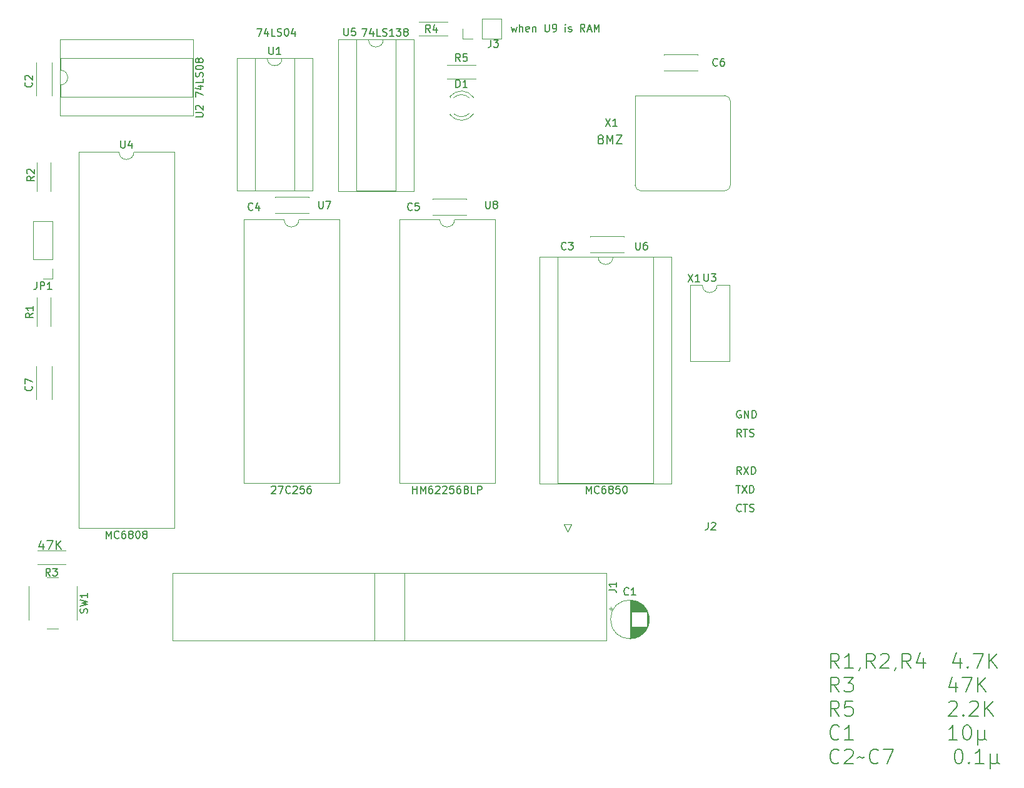
<source format=gto>
%TF.GenerationSoftware,KiCad,Pcbnew,7.0.2-0*%
%TF.CreationDate,2023-05-22T09:33:56+09:00*%
%TF.ProjectId,SBC6808_Rev5,53424336-3830-4385-9f52-6576352e6b69,Rev5*%
%TF.SameCoordinates,PX3e22018PY9119050*%
%TF.FileFunction,Legend,Top*%
%TF.FilePolarity,Positive*%
%FSLAX46Y46*%
G04 Gerber Fmt 4.6, Leading zero omitted, Abs format (unit mm)*
G04 Created by KiCad (PCBNEW 7.0.2-0) date 2023-05-22 09:33:56*
%MOMM*%
%LPD*%
G01*
G04 APERTURE LIST*
%ADD10C,0.150000*%
%ADD11C,0.120000*%
G04 APERTURE END LIST*
D10*
X43029524Y28128143D02*
X43077143Y28175762D01*
X43077143Y28175762D02*
X43172381Y28223381D01*
X43172381Y28223381D02*
X43410476Y28223381D01*
X43410476Y28223381D02*
X43505714Y28175762D01*
X43505714Y28175762D02*
X43553333Y28128143D01*
X43553333Y28128143D02*
X43600952Y28032905D01*
X43600952Y28032905D02*
X43600952Y27937667D01*
X43600952Y27937667D02*
X43553333Y27794810D01*
X43553333Y27794810D02*
X42981905Y27223381D01*
X42981905Y27223381D02*
X43600952Y27223381D01*
X43934286Y28223381D02*
X44600952Y28223381D01*
X44600952Y28223381D02*
X44172381Y27223381D01*
X45553333Y27318620D02*
X45505714Y27271000D01*
X45505714Y27271000D02*
X45362857Y27223381D01*
X45362857Y27223381D02*
X45267619Y27223381D01*
X45267619Y27223381D02*
X45124762Y27271000D01*
X45124762Y27271000D02*
X45029524Y27366239D01*
X45029524Y27366239D02*
X44981905Y27461477D01*
X44981905Y27461477D02*
X44934286Y27651953D01*
X44934286Y27651953D02*
X44934286Y27794810D01*
X44934286Y27794810D02*
X44981905Y27985286D01*
X44981905Y27985286D02*
X45029524Y28080524D01*
X45029524Y28080524D02*
X45124762Y28175762D01*
X45124762Y28175762D02*
X45267619Y28223381D01*
X45267619Y28223381D02*
X45362857Y28223381D01*
X45362857Y28223381D02*
X45505714Y28175762D01*
X45505714Y28175762D02*
X45553333Y28128143D01*
X45934286Y28128143D02*
X45981905Y28175762D01*
X45981905Y28175762D02*
X46077143Y28223381D01*
X46077143Y28223381D02*
X46315238Y28223381D01*
X46315238Y28223381D02*
X46410476Y28175762D01*
X46410476Y28175762D02*
X46458095Y28128143D01*
X46458095Y28128143D02*
X46505714Y28032905D01*
X46505714Y28032905D02*
X46505714Y27937667D01*
X46505714Y27937667D02*
X46458095Y27794810D01*
X46458095Y27794810D02*
X45886667Y27223381D01*
X45886667Y27223381D02*
X46505714Y27223381D01*
X47410476Y28223381D02*
X46934286Y28223381D01*
X46934286Y28223381D02*
X46886667Y27747191D01*
X46886667Y27747191D02*
X46934286Y27794810D01*
X46934286Y27794810D02*
X47029524Y27842429D01*
X47029524Y27842429D02*
X47267619Y27842429D01*
X47267619Y27842429D02*
X47362857Y27794810D01*
X47362857Y27794810D02*
X47410476Y27747191D01*
X47410476Y27747191D02*
X47458095Y27651953D01*
X47458095Y27651953D02*
X47458095Y27413858D01*
X47458095Y27413858D02*
X47410476Y27318620D01*
X47410476Y27318620D02*
X47362857Y27271000D01*
X47362857Y27271000D02*
X47267619Y27223381D01*
X47267619Y27223381D02*
X47029524Y27223381D01*
X47029524Y27223381D02*
X46934286Y27271000D01*
X46934286Y27271000D02*
X46886667Y27318620D01*
X48315238Y28223381D02*
X48124762Y28223381D01*
X48124762Y28223381D02*
X48029524Y28175762D01*
X48029524Y28175762D02*
X47981905Y28128143D01*
X47981905Y28128143D02*
X47886667Y27985286D01*
X47886667Y27985286D02*
X47839048Y27794810D01*
X47839048Y27794810D02*
X47839048Y27413858D01*
X47839048Y27413858D02*
X47886667Y27318620D01*
X47886667Y27318620D02*
X47934286Y27271000D01*
X47934286Y27271000D02*
X48029524Y27223381D01*
X48029524Y27223381D02*
X48220000Y27223381D01*
X48220000Y27223381D02*
X48315238Y27271000D01*
X48315238Y27271000D02*
X48362857Y27318620D01*
X48362857Y27318620D02*
X48410476Y27413858D01*
X48410476Y27413858D02*
X48410476Y27651953D01*
X48410476Y27651953D02*
X48362857Y27747191D01*
X48362857Y27747191D02*
X48315238Y27794810D01*
X48315238Y27794810D02*
X48220000Y27842429D01*
X48220000Y27842429D02*
X48029524Y27842429D01*
X48029524Y27842429D02*
X47934286Y27794810D01*
X47934286Y27794810D02*
X47886667Y27747191D01*
X47886667Y27747191D02*
X47839048Y27651953D01*
X62159143Y27223381D02*
X62159143Y28223381D01*
X62159143Y27747191D02*
X62730571Y27747191D01*
X62730571Y27223381D02*
X62730571Y28223381D01*
X63206762Y27223381D02*
X63206762Y28223381D01*
X63206762Y28223381D02*
X63540095Y27509096D01*
X63540095Y27509096D02*
X63873428Y28223381D01*
X63873428Y28223381D02*
X63873428Y27223381D01*
X64778190Y28223381D02*
X64587714Y28223381D01*
X64587714Y28223381D02*
X64492476Y28175762D01*
X64492476Y28175762D02*
X64444857Y28128143D01*
X64444857Y28128143D02*
X64349619Y27985286D01*
X64349619Y27985286D02*
X64302000Y27794810D01*
X64302000Y27794810D02*
X64302000Y27413858D01*
X64302000Y27413858D02*
X64349619Y27318620D01*
X64349619Y27318620D02*
X64397238Y27271000D01*
X64397238Y27271000D02*
X64492476Y27223381D01*
X64492476Y27223381D02*
X64682952Y27223381D01*
X64682952Y27223381D02*
X64778190Y27271000D01*
X64778190Y27271000D02*
X64825809Y27318620D01*
X64825809Y27318620D02*
X64873428Y27413858D01*
X64873428Y27413858D02*
X64873428Y27651953D01*
X64873428Y27651953D02*
X64825809Y27747191D01*
X64825809Y27747191D02*
X64778190Y27794810D01*
X64778190Y27794810D02*
X64682952Y27842429D01*
X64682952Y27842429D02*
X64492476Y27842429D01*
X64492476Y27842429D02*
X64397238Y27794810D01*
X64397238Y27794810D02*
X64349619Y27747191D01*
X64349619Y27747191D02*
X64302000Y27651953D01*
X65254381Y28128143D02*
X65302000Y28175762D01*
X65302000Y28175762D02*
X65397238Y28223381D01*
X65397238Y28223381D02*
X65635333Y28223381D01*
X65635333Y28223381D02*
X65730571Y28175762D01*
X65730571Y28175762D02*
X65778190Y28128143D01*
X65778190Y28128143D02*
X65825809Y28032905D01*
X65825809Y28032905D02*
X65825809Y27937667D01*
X65825809Y27937667D02*
X65778190Y27794810D01*
X65778190Y27794810D02*
X65206762Y27223381D01*
X65206762Y27223381D02*
X65825809Y27223381D01*
X66206762Y28128143D02*
X66254381Y28175762D01*
X66254381Y28175762D02*
X66349619Y28223381D01*
X66349619Y28223381D02*
X66587714Y28223381D01*
X66587714Y28223381D02*
X66682952Y28175762D01*
X66682952Y28175762D02*
X66730571Y28128143D01*
X66730571Y28128143D02*
X66778190Y28032905D01*
X66778190Y28032905D02*
X66778190Y27937667D01*
X66778190Y27937667D02*
X66730571Y27794810D01*
X66730571Y27794810D02*
X66159143Y27223381D01*
X66159143Y27223381D02*
X66778190Y27223381D01*
X67682952Y28223381D02*
X67206762Y28223381D01*
X67206762Y28223381D02*
X67159143Y27747191D01*
X67159143Y27747191D02*
X67206762Y27794810D01*
X67206762Y27794810D02*
X67302000Y27842429D01*
X67302000Y27842429D02*
X67540095Y27842429D01*
X67540095Y27842429D02*
X67635333Y27794810D01*
X67635333Y27794810D02*
X67682952Y27747191D01*
X67682952Y27747191D02*
X67730571Y27651953D01*
X67730571Y27651953D02*
X67730571Y27413858D01*
X67730571Y27413858D02*
X67682952Y27318620D01*
X67682952Y27318620D02*
X67635333Y27271000D01*
X67635333Y27271000D02*
X67540095Y27223381D01*
X67540095Y27223381D02*
X67302000Y27223381D01*
X67302000Y27223381D02*
X67206762Y27271000D01*
X67206762Y27271000D02*
X67159143Y27318620D01*
X68587714Y28223381D02*
X68397238Y28223381D01*
X68397238Y28223381D02*
X68302000Y28175762D01*
X68302000Y28175762D02*
X68254381Y28128143D01*
X68254381Y28128143D02*
X68159143Y27985286D01*
X68159143Y27985286D02*
X68111524Y27794810D01*
X68111524Y27794810D02*
X68111524Y27413858D01*
X68111524Y27413858D02*
X68159143Y27318620D01*
X68159143Y27318620D02*
X68206762Y27271000D01*
X68206762Y27271000D02*
X68302000Y27223381D01*
X68302000Y27223381D02*
X68492476Y27223381D01*
X68492476Y27223381D02*
X68587714Y27271000D01*
X68587714Y27271000D02*
X68635333Y27318620D01*
X68635333Y27318620D02*
X68682952Y27413858D01*
X68682952Y27413858D02*
X68682952Y27651953D01*
X68682952Y27651953D02*
X68635333Y27747191D01*
X68635333Y27747191D02*
X68587714Y27794810D01*
X68587714Y27794810D02*
X68492476Y27842429D01*
X68492476Y27842429D02*
X68302000Y27842429D01*
X68302000Y27842429D02*
X68206762Y27794810D01*
X68206762Y27794810D02*
X68159143Y27747191D01*
X68159143Y27747191D02*
X68111524Y27651953D01*
X69444857Y27747191D02*
X69587714Y27699572D01*
X69587714Y27699572D02*
X69635333Y27651953D01*
X69635333Y27651953D02*
X69682952Y27556715D01*
X69682952Y27556715D02*
X69682952Y27413858D01*
X69682952Y27413858D02*
X69635333Y27318620D01*
X69635333Y27318620D02*
X69587714Y27271000D01*
X69587714Y27271000D02*
X69492476Y27223381D01*
X69492476Y27223381D02*
X69111524Y27223381D01*
X69111524Y27223381D02*
X69111524Y28223381D01*
X69111524Y28223381D02*
X69444857Y28223381D01*
X69444857Y28223381D02*
X69540095Y28175762D01*
X69540095Y28175762D02*
X69587714Y28128143D01*
X69587714Y28128143D02*
X69635333Y28032905D01*
X69635333Y28032905D02*
X69635333Y27937667D01*
X69635333Y27937667D02*
X69587714Y27842429D01*
X69587714Y27842429D02*
X69540095Y27794810D01*
X69540095Y27794810D02*
X69444857Y27747191D01*
X69444857Y27747191D02*
X69111524Y27747191D01*
X70587714Y27223381D02*
X70111524Y27223381D01*
X70111524Y27223381D02*
X70111524Y28223381D01*
X70921048Y27223381D02*
X70921048Y28223381D01*
X70921048Y28223381D02*
X71302000Y28223381D01*
X71302000Y28223381D02*
X71397238Y28175762D01*
X71397238Y28175762D02*
X71444857Y28128143D01*
X71444857Y28128143D02*
X71492476Y28032905D01*
X71492476Y28032905D02*
X71492476Y27890048D01*
X71492476Y27890048D02*
X71444857Y27794810D01*
X71444857Y27794810D02*
X71397238Y27747191D01*
X71397238Y27747191D02*
X71302000Y27699572D01*
X71302000Y27699572D02*
X70921048Y27699572D01*
X85653905Y27223381D02*
X85653905Y28223381D01*
X85653905Y28223381D02*
X85987238Y27509096D01*
X85987238Y27509096D02*
X86320571Y28223381D01*
X86320571Y28223381D02*
X86320571Y27223381D01*
X87368190Y27318620D02*
X87320571Y27271000D01*
X87320571Y27271000D02*
X87177714Y27223381D01*
X87177714Y27223381D02*
X87082476Y27223381D01*
X87082476Y27223381D02*
X86939619Y27271000D01*
X86939619Y27271000D02*
X86844381Y27366239D01*
X86844381Y27366239D02*
X86796762Y27461477D01*
X86796762Y27461477D02*
X86749143Y27651953D01*
X86749143Y27651953D02*
X86749143Y27794810D01*
X86749143Y27794810D02*
X86796762Y27985286D01*
X86796762Y27985286D02*
X86844381Y28080524D01*
X86844381Y28080524D02*
X86939619Y28175762D01*
X86939619Y28175762D02*
X87082476Y28223381D01*
X87082476Y28223381D02*
X87177714Y28223381D01*
X87177714Y28223381D02*
X87320571Y28175762D01*
X87320571Y28175762D02*
X87368190Y28128143D01*
X88225333Y28223381D02*
X88034857Y28223381D01*
X88034857Y28223381D02*
X87939619Y28175762D01*
X87939619Y28175762D02*
X87892000Y28128143D01*
X87892000Y28128143D02*
X87796762Y27985286D01*
X87796762Y27985286D02*
X87749143Y27794810D01*
X87749143Y27794810D02*
X87749143Y27413858D01*
X87749143Y27413858D02*
X87796762Y27318620D01*
X87796762Y27318620D02*
X87844381Y27271000D01*
X87844381Y27271000D02*
X87939619Y27223381D01*
X87939619Y27223381D02*
X88130095Y27223381D01*
X88130095Y27223381D02*
X88225333Y27271000D01*
X88225333Y27271000D02*
X88272952Y27318620D01*
X88272952Y27318620D02*
X88320571Y27413858D01*
X88320571Y27413858D02*
X88320571Y27651953D01*
X88320571Y27651953D02*
X88272952Y27747191D01*
X88272952Y27747191D02*
X88225333Y27794810D01*
X88225333Y27794810D02*
X88130095Y27842429D01*
X88130095Y27842429D02*
X87939619Y27842429D01*
X87939619Y27842429D02*
X87844381Y27794810D01*
X87844381Y27794810D02*
X87796762Y27747191D01*
X87796762Y27747191D02*
X87749143Y27651953D01*
X88892000Y27794810D02*
X88796762Y27842429D01*
X88796762Y27842429D02*
X88749143Y27890048D01*
X88749143Y27890048D02*
X88701524Y27985286D01*
X88701524Y27985286D02*
X88701524Y28032905D01*
X88701524Y28032905D02*
X88749143Y28128143D01*
X88749143Y28128143D02*
X88796762Y28175762D01*
X88796762Y28175762D02*
X88892000Y28223381D01*
X88892000Y28223381D02*
X89082476Y28223381D01*
X89082476Y28223381D02*
X89177714Y28175762D01*
X89177714Y28175762D02*
X89225333Y28128143D01*
X89225333Y28128143D02*
X89272952Y28032905D01*
X89272952Y28032905D02*
X89272952Y27985286D01*
X89272952Y27985286D02*
X89225333Y27890048D01*
X89225333Y27890048D02*
X89177714Y27842429D01*
X89177714Y27842429D02*
X89082476Y27794810D01*
X89082476Y27794810D02*
X88892000Y27794810D01*
X88892000Y27794810D02*
X88796762Y27747191D01*
X88796762Y27747191D02*
X88749143Y27699572D01*
X88749143Y27699572D02*
X88701524Y27604334D01*
X88701524Y27604334D02*
X88701524Y27413858D01*
X88701524Y27413858D02*
X88749143Y27318620D01*
X88749143Y27318620D02*
X88796762Y27271000D01*
X88796762Y27271000D02*
X88892000Y27223381D01*
X88892000Y27223381D02*
X89082476Y27223381D01*
X89082476Y27223381D02*
X89177714Y27271000D01*
X89177714Y27271000D02*
X89225333Y27318620D01*
X89225333Y27318620D02*
X89272952Y27413858D01*
X89272952Y27413858D02*
X89272952Y27604334D01*
X89272952Y27604334D02*
X89225333Y27699572D01*
X89225333Y27699572D02*
X89177714Y27747191D01*
X89177714Y27747191D02*
X89082476Y27794810D01*
X90177714Y28223381D02*
X89701524Y28223381D01*
X89701524Y28223381D02*
X89653905Y27747191D01*
X89653905Y27747191D02*
X89701524Y27794810D01*
X89701524Y27794810D02*
X89796762Y27842429D01*
X89796762Y27842429D02*
X90034857Y27842429D01*
X90034857Y27842429D02*
X90130095Y27794810D01*
X90130095Y27794810D02*
X90177714Y27747191D01*
X90177714Y27747191D02*
X90225333Y27651953D01*
X90225333Y27651953D02*
X90225333Y27413858D01*
X90225333Y27413858D02*
X90177714Y27318620D01*
X90177714Y27318620D02*
X90130095Y27271000D01*
X90130095Y27271000D02*
X90034857Y27223381D01*
X90034857Y27223381D02*
X89796762Y27223381D01*
X89796762Y27223381D02*
X89701524Y27271000D01*
X89701524Y27271000D02*
X89653905Y27318620D01*
X90844381Y28223381D02*
X90939619Y28223381D01*
X90939619Y28223381D02*
X91034857Y28175762D01*
X91034857Y28175762D02*
X91082476Y28128143D01*
X91082476Y28128143D02*
X91130095Y28032905D01*
X91130095Y28032905D02*
X91177714Y27842429D01*
X91177714Y27842429D02*
X91177714Y27604334D01*
X91177714Y27604334D02*
X91130095Y27413858D01*
X91130095Y27413858D02*
X91082476Y27318620D01*
X91082476Y27318620D02*
X91034857Y27271000D01*
X91034857Y27271000D02*
X90939619Y27223381D01*
X90939619Y27223381D02*
X90844381Y27223381D01*
X90844381Y27223381D02*
X90749143Y27271000D01*
X90749143Y27271000D02*
X90701524Y27318620D01*
X90701524Y27318620D02*
X90653905Y27413858D01*
X90653905Y27413858D02*
X90606286Y27604334D01*
X90606286Y27604334D02*
X90606286Y27842429D01*
X90606286Y27842429D02*
X90653905Y28032905D01*
X90653905Y28032905D02*
X90701524Y28128143D01*
X90701524Y28128143D02*
X90749143Y28175762D01*
X90749143Y28175762D02*
X90844381Y28223381D01*
X20629905Y21127381D02*
X20629905Y22127381D01*
X20629905Y22127381D02*
X20963238Y21413096D01*
X20963238Y21413096D02*
X21296571Y22127381D01*
X21296571Y22127381D02*
X21296571Y21127381D01*
X22344190Y21222620D02*
X22296571Y21175000D01*
X22296571Y21175000D02*
X22153714Y21127381D01*
X22153714Y21127381D02*
X22058476Y21127381D01*
X22058476Y21127381D02*
X21915619Y21175000D01*
X21915619Y21175000D02*
X21820381Y21270239D01*
X21820381Y21270239D02*
X21772762Y21365477D01*
X21772762Y21365477D02*
X21725143Y21555953D01*
X21725143Y21555953D02*
X21725143Y21698810D01*
X21725143Y21698810D02*
X21772762Y21889286D01*
X21772762Y21889286D02*
X21820381Y21984524D01*
X21820381Y21984524D02*
X21915619Y22079762D01*
X21915619Y22079762D02*
X22058476Y22127381D01*
X22058476Y22127381D02*
X22153714Y22127381D01*
X22153714Y22127381D02*
X22296571Y22079762D01*
X22296571Y22079762D02*
X22344190Y22032143D01*
X23201333Y22127381D02*
X23010857Y22127381D01*
X23010857Y22127381D02*
X22915619Y22079762D01*
X22915619Y22079762D02*
X22868000Y22032143D01*
X22868000Y22032143D02*
X22772762Y21889286D01*
X22772762Y21889286D02*
X22725143Y21698810D01*
X22725143Y21698810D02*
X22725143Y21317858D01*
X22725143Y21317858D02*
X22772762Y21222620D01*
X22772762Y21222620D02*
X22820381Y21175000D01*
X22820381Y21175000D02*
X22915619Y21127381D01*
X22915619Y21127381D02*
X23106095Y21127381D01*
X23106095Y21127381D02*
X23201333Y21175000D01*
X23201333Y21175000D02*
X23248952Y21222620D01*
X23248952Y21222620D02*
X23296571Y21317858D01*
X23296571Y21317858D02*
X23296571Y21555953D01*
X23296571Y21555953D02*
X23248952Y21651191D01*
X23248952Y21651191D02*
X23201333Y21698810D01*
X23201333Y21698810D02*
X23106095Y21746429D01*
X23106095Y21746429D02*
X22915619Y21746429D01*
X22915619Y21746429D02*
X22820381Y21698810D01*
X22820381Y21698810D02*
X22772762Y21651191D01*
X22772762Y21651191D02*
X22725143Y21555953D01*
X23868000Y21698810D02*
X23772762Y21746429D01*
X23772762Y21746429D02*
X23725143Y21794048D01*
X23725143Y21794048D02*
X23677524Y21889286D01*
X23677524Y21889286D02*
X23677524Y21936905D01*
X23677524Y21936905D02*
X23725143Y22032143D01*
X23725143Y22032143D02*
X23772762Y22079762D01*
X23772762Y22079762D02*
X23868000Y22127381D01*
X23868000Y22127381D02*
X24058476Y22127381D01*
X24058476Y22127381D02*
X24153714Y22079762D01*
X24153714Y22079762D02*
X24201333Y22032143D01*
X24201333Y22032143D02*
X24248952Y21936905D01*
X24248952Y21936905D02*
X24248952Y21889286D01*
X24248952Y21889286D02*
X24201333Y21794048D01*
X24201333Y21794048D02*
X24153714Y21746429D01*
X24153714Y21746429D02*
X24058476Y21698810D01*
X24058476Y21698810D02*
X23868000Y21698810D01*
X23868000Y21698810D02*
X23772762Y21651191D01*
X23772762Y21651191D02*
X23725143Y21603572D01*
X23725143Y21603572D02*
X23677524Y21508334D01*
X23677524Y21508334D02*
X23677524Y21317858D01*
X23677524Y21317858D02*
X23725143Y21222620D01*
X23725143Y21222620D02*
X23772762Y21175000D01*
X23772762Y21175000D02*
X23868000Y21127381D01*
X23868000Y21127381D02*
X24058476Y21127381D01*
X24058476Y21127381D02*
X24153714Y21175000D01*
X24153714Y21175000D02*
X24201333Y21222620D01*
X24201333Y21222620D02*
X24248952Y21317858D01*
X24248952Y21317858D02*
X24248952Y21508334D01*
X24248952Y21508334D02*
X24201333Y21603572D01*
X24201333Y21603572D02*
X24153714Y21651191D01*
X24153714Y21651191D02*
X24058476Y21698810D01*
X24868000Y22127381D02*
X24963238Y22127381D01*
X24963238Y22127381D02*
X25058476Y22079762D01*
X25058476Y22079762D02*
X25106095Y22032143D01*
X25106095Y22032143D02*
X25153714Y21936905D01*
X25153714Y21936905D02*
X25201333Y21746429D01*
X25201333Y21746429D02*
X25201333Y21508334D01*
X25201333Y21508334D02*
X25153714Y21317858D01*
X25153714Y21317858D02*
X25106095Y21222620D01*
X25106095Y21222620D02*
X25058476Y21175000D01*
X25058476Y21175000D02*
X24963238Y21127381D01*
X24963238Y21127381D02*
X24868000Y21127381D01*
X24868000Y21127381D02*
X24772762Y21175000D01*
X24772762Y21175000D02*
X24725143Y21222620D01*
X24725143Y21222620D02*
X24677524Y21317858D01*
X24677524Y21317858D02*
X24629905Y21508334D01*
X24629905Y21508334D02*
X24629905Y21746429D01*
X24629905Y21746429D02*
X24677524Y21936905D01*
X24677524Y21936905D02*
X24725143Y22032143D01*
X24725143Y22032143D02*
X24772762Y22079762D01*
X24772762Y22079762D02*
X24868000Y22127381D01*
X25772762Y21698810D02*
X25677524Y21746429D01*
X25677524Y21746429D02*
X25629905Y21794048D01*
X25629905Y21794048D02*
X25582286Y21889286D01*
X25582286Y21889286D02*
X25582286Y21936905D01*
X25582286Y21936905D02*
X25629905Y22032143D01*
X25629905Y22032143D02*
X25677524Y22079762D01*
X25677524Y22079762D02*
X25772762Y22127381D01*
X25772762Y22127381D02*
X25963238Y22127381D01*
X25963238Y22127381D02*
X26058476Y22079762D01*
X26058476Y22079762D02*
X26106095Y22032143D01*
X26106095Y22032143D02*
X26153714Y21936905D01*
X26153714Y21936905D02*
X26153714Y21889286D01*
X26153714Y21889286D02*
X26106095Y21794048D01*
X26106095Y21794048D02*
X26058476Y21746429D01*
X26058476Y21746429D02*
X25963238Y21698810D01*
X25963238Y21698810D02*
X25772762Y21698810D01*
X25772762Y21698810D02*
X25677524Y21651191D01*
X25677524Y21651191D02*
X25629905Y21603572D01*
X25629905Y21603572D02*
X25582286Y21508334D01*
X25582286Y21508334D02*
X25582286Y21317858D01*
X25582286Y21317858D02*
X25629905Y21222620D01*
X25629905Y21222620D02*
X25677524Y21175000D01*
X25677524Y21175000D02*
X25772762Y21127381D01*
X25772762Y21127381D02*
X25963238Y21127381D01*
X25963238Y21127381D02*
X26058476Y21175000D01*
X26058476Y21175000D02*
X26106095Y21222620D01*
X26106095Y21222620D02*
X26153714Y21317858D01*
X26153714Y21317858D02*
X26153714Y21508334D01*
X26153714Y21508334D02*
X26106095Y21603572D01*
X26106095Y21603572D02*
X26058476Y21651191D01*
X26058476Y21651191D02*
X25963238Y21698810D01*
X32736619Y80923144D02*
X32736619Y81589810D01*
X32736619Y81589810D02*
X33736619Y81161239D01*
X33069952Y82399334D02*
X33736619Y82399334D01*
X32689000Y82161239D02*
X33403285Y81923144D01*
X33403285Y81923144D02*
X33403285Y82542191D01*
X33736619Y83399334D02*
X33736619Y82923144D01*
X33736619Y82923144D02*
X32736619Y82923144D01*
X33689000Y83685049D02*
X33736619Y83827906D01*
X33736619Y83827906D02*
X33736619Y84066001D01*
X33736619Y84066001D02*
X33689000Y84161239D01*
X33689000Y84161239D02*
X33641380Y84208858D01*
X33641380Y84208858D02*
X33546142Y84256477D01*
X33546142Y84256477D02*
X33450904Y84256477D01*
X33450904Y84256477D02*
X33355666Y84208858D01*
X33355666Y84208858D02*
X33308047Y84161239D01*
X33308047Y84161239D02*
X33260428Y84066001D01*
X33260428Y84066001D02*
X33212809Y83875525D01*
X33212809Y83875525D02*
X33165190Y83780287D01*
X33165190Y83780287D02*
X33117571Y83732668D01*
X33117571Y83732668D02*
X33022333Y83685049D01*
X33022333Y83685049D02*
X32927095Y83685049D01*
X32927095Y83685049D02*
X32831857Y83732668D01*
X32831857Y83732668D02*
X32784238Y83780287D01*
X32784238Y83780287D02*
X32736619Y83875525D01*
X32736619Y83875525D02*
X32736619Y84113620D01*
X32736619Y84113620D02*
X32784238Y84256477D01*
X32736619Y84875525D02*
X32736619Y84970763D01*
X32736619Y84970763D02*
X32784238Y85066001D01*
X32784238Y85066001D02*
X32831857Y85113620D01*
X32831857Y85113620D02*
X32927095Y85161239D01*
X32927095Y85161239D02*
X33117571Y85208858D01*
X33117571Y85208858D02*
X33355666Y85208858D01*
X33355666Y85208858D02*
X33546142Y85161239D01*
X33546142Y85161239D02*
X33641380Y85113620D01*
X33641380Y85113620D02*
X33689000Y85066001D01*
X33689000Y85066001D02*
X33736619Y84970763D01*
X33736619Y84970763D02*
X33736619Y84875525D01*
X33736619Y84875525D02*
X33689000Y84780287D01*
X33689000Y84780287D02*
X33641380Y84732668D01*
X33641380Y84732668D02*
X33546142Y84685049D01*
X33546142Y84685049D02*
X33355666Y84637430D01*
X33355666Y84637430D02*
X33117571Y84637430D01*
X33117571Y84637430D02*
X32927095Y84685049D01*
X32927095Y84685049D02*
X32831857Y84732668D01*
X32831857Y84732668D02*
X32784238Y84780287D01*
X32784238Y84780287D02*
X32736619Y84875525D01*
X33165190Y85780287D02*
X33117571Y85685049D01*
X33117571Y85685049D02*
X33069952Y85637430D01*
X33069952Y85637430D02*
X32974714Y85589811D01*
X32974714Y85589811D02*
X32927095Y85589811D01*
X32927095Y85589811D02*
X32831857Y85637430D01*
X32831857Y85637430D02*
X32784238Y85685049D01*
X32784238Y85685049D02*
X32736619Y85780287D01*
X32736619Y85780287D02*
X32736619Y85970763D01*
X32736619Y85970763D02*
X32784238Y86066001D01*
X32784238Y86066001D02*
X32831857Y86113620D01*
X32831857Y86113620D02*
X32927095Y86161239D01*
X32927095Y86161239D02*
X32974714Y86161239D01*
X32974714Y86161239D02*
X33069952Y86113620D01*
X33069952Y86113620D02*
X33117571Y86066001D01*
X33117571Y86066001D02*
X33165190Y85970763D01*
X33165190Y85970763D02*
X33165190Y85780287D01*
X33165190Y85780287D02*
X33212809Y85685049D01*
X33212809Y85685049D02*
X33260428Y85637430D01*
X33260428Y85637430D02*
X33355666Y85589811D01*
X33355666Y85589811D02*
X33546142Y85589811D01*
X33546142Y85589811D02*
X33641380Y85637430D01*
X33641380Y85637430D02*
X33689000Y85685049D01*
X33689000Y85685049D02*
X33736619Y85780287D01*
X33736619Y85780287D02*
X33736619Y85970763D01*
X33736619Y85970763D02*
X33689000Y86066001D01*
X33689000Y86066001D02*
X33641380Y86113620D01*
X33641380Y86113620D02*
X33546142Y86161239D01*
X33546142Y86161239D02*
X33355666Y86161239D01*
X33355666Y86161239D02*
X33260428Y86113620D01*
X33260428Y86113620D02*
X33212809Y86066001D01*
X33212809Y86066001D02*
X33165190Y85970763D01*
X41045143Y90199381D02*
X41711809Y90199381D01*
X41711809Y90199381D02*
X41283238Y89199381D01*
X42521333Y89866048D02*
X42521333Y89199381D01*
X42283238Y90247000D02*
X42045143Y89532715D01*
X42045143Y89532715D02*
X42664190Y89532715D01*
X43521333Y89199381D02*
X43045143Y89199381D01*
X43045143Y89199381D02*
X43045143Y90199381D01*
X43807048Y89247000D02*
X43949905Y89199381D01*
X43949905Y89199381D02*
X44188000Y89199381D01*
X44188000Y89199381D02*
X44283238Y89247000D01*
X44283238Y89247000D02*
X44330857Y89294620D01*
X44330857Y89294620D02*
X44378476Y89389858D01*
X44378476Y89389858D02*
X44378476Y89485096D01*
X44378476Y89485096D02*
X44330857Y89580334D01*
X44330857Y89580334D02*
X44283238Y89627953D01*
X44283238Y89627953D02*
X44188000Y89675572D01*
X44188000Y89675572D02*
X43997524Y89723191D01*
X43997524Y89723191D02*
X43902286Y89770810D01*
X43902286Y89770810D02*
X43854667Y89818429D01*
X43854667Y89818429D02*
X43807048Y89913667D01*
X43807048Y89913667D02*
X43807048Y90008905D01*
X43807048Y90008905D02*
X43854667Y90104143D01*
X43854667Y90104143D02*
X43902286Y90151762D01*
X43902286Y90151762D02*
X43997524Y90199381D01*
X43997524Y90199381D02*
X44235619Y90199381D01*
X44235619Y90199381D02*
X44378476Y90151762D01*
X44997524Y90199381D02*
X45092762Y90199381D01*
X45092762Y90199381D02*
X45188000Y90151762D01*
X45188000Y90151762D02*
X45235619Y90104143D01*
X45235619Y90104143D02*
X45283238Y90008905D01*
X45283238Y90008905D02*
X45330857Y89818429D01*
X45330857Y89818429D02*
X45330857Y89580334D01*
X45330857Y89580334D02*
X45283238Y89389858D01*
X45283238Y89389858D02*
X45235619Y89294620D01*
X45235619Y89294620D02*
X45188000Y89247000D01*
X45188000Y89247000D02*
X45092762Y89199381D01*
X45092762Y89199381D02*
X44997524Y89199381D01*
X44997524Y89199381D02*
X44902286Y89247000D01*
X44902286Y89247000D02*
X44854667Y89294620D01*
X44854667Y89294620D02*
X44807048Y89389858D01*
X44807048Y89389858D02*
X44759429Y89580334D01*
X44759429Y89580334D02*
X44759429Y89818429D01*
X44759429Y89818429D02*
X44807048Y90008905D01*
X44807048Y90008905D02*
X44854667Y90104143D01*
X44854667Y90104143D02*
X44902286Y90151762D01*
X44902286Y90151762D02*
X44997524Y90199381D01*
X46188000Y89866048D02*
X46188000Y89199381D01*
X45949905Y90247000D02*
X45711810Y89532715D01*
X45711810Y89532715D02*
X46330857Y89532715D01*
X106630523Y34920381D02*
X106297190Y35396572D01*
X106059095Y34920381D02*
X106059095Y35920381D01*
X106059095Y35920381D02*
X106440047Y35920381D01*
X106440047Y35920381D02*
X106535285Y35872762D01*
X106535285Y35872762D02*
X106582904Y35825143D01*
X106582904Y35825143D02*
X106630523Y35729905D01*
X106630523Y35729905D02*
X106630523Y35587048D01*
X106630523Y35587048D02*
X106582904Y35491810D01*
X106582904Y35491810D02*
X106535285Y35444191D01*
X106535285Y35444191D02*
X106440047Y35396572D01*
X106440047Y35396572D02*
X106059095Y35396572D01*
X106916238Y35920381D02*
X107487666Y35920381D01*
X107201952Y34920381D02*
X107201952Y35920381D01*
X107773381Y34968000D02*
X107916238Y34920381D01*
X107916238Y34920381D02*
X108154333Y34920381D01*
X108154333Y34920381D02*
X108249571Y34968000D01*
X108249571Y34968000D02*
X108297190Y35015620D01*
X108297190Y35015620D02*
X108344809Y35110858D01*
X108344809Y35110858D02*
X108344809Y35206096D01*
X108344809Y35206096D02*
X108297190Y35301334D01*
X108297190Y35301334D02*
X108249571Y35348953D01*
X108249571Y35348953D02*
X108154333Y35396572D01*
X108154333Y35396572D02*
X107963857Y35444191D01*
X107963857Y35444191D02*
X107868619Y35491810D01*
X107868619Y35491810D02*
X107821000Y35539429D01*
X107821000Y35539429D02*
X107773381Y35634667D01*
X107773381Y35634667D02*
X107773381Y35729905D01*
X107773381Y35729905D02*
X107821000Y35825143D01*
X107821000Y35825143D02*
X107868619Y35872762D01*
X107868619Y35872762D02*
X107963857Y35920381D01*
X107963857Y35920381D02*
X108201952Y35920381D01*
X108201952Y35920381D02*
X108344809Y35872762D01*
X12088000Y20408858D02*
X12088000Y19608858D01*
X11802285Y20866000D02*
X11516571Y20008858D01*
X11516571Y20008858D02*
X12259428Y20008858D01*
X12602285Y20808858D02*
X13402285Y20808858D01*
X13402285Y20808858D02*
X12887999Y19608858D01*
X13859428Y19608858D02*
X13859428Y20808858D01*
X14545142Y19608858D02*
X14030856Y20294572D01*
X14545142Y20808858D02*
X13859428Y20123143D01*
X106630523Y29840381D02*
X106297190Y30316572D01*
X106059095Y29840381D02*
X106059095Y30840381D01*
X106059095Y30840381D02*
X106440047Y30840381D01*
X106440047Y30840381D02*
X106535285Y30792762D01*
X106535285Y30792762D02*
X106582904Y30745143D01*
X106582904Y30745143D02*
X106630523Y30649905D01*
X106630523Y30649905D02*
X106630523Y30507048D01*
X106630523Y30507048D02*
X106582904Y30411810D01*
X106582904Y30411810D02*
X106535285Y30364191D01*
X106535285Y30364191D02*
X106440047Y30316572D01*
X106440047Y30316572D02*
X106059095Y30316572D01*
X106963857Y30840381D02*
X107630523Y29840381D01*
X107630523Y30840381D02*
X106963857Y29840381D01*
X108011476Y29840381D02*
X108011476Y30840381D01*
X108011476Y30840381D02*
X108249571Y30840381D01*
X108249571Y30840381D02*
X108392428Y30792762D01*
X108392428Y30792762D02*
X108487666Y30697524D01*
X108487666Y30697524D02*
X108535285Y30602286D01*
X108535285Y30602286D02*
X108582904Y30411810D01*
X108582904Y30411810D02*
X108582904Y30268953D01*
X108582904Y30268953D02*
X108535285Y30078477D01*
X108535285Y30078477D02*
X108487666Y29983239D01*
X108487666Y29983239D02*
X108392428Y29888000D01*
X108392428Y29888000D02*
X108249571Y29840381D01*
X108249571Y29840381D02*
X108011476Y29840381D01*
X55300952Y90199381D02*
X55967618Y90199381D01*
X55967618Y90199381D02*
X55539047Y89199381D01*
X56777142Y89866048D02*
X56777142Y89199381D01*
X56539047Y90247000D02*
X56300952Y89532715D01*
X56300952Y89532715D02*
X56919999Y89532715D01*
X57777142Y89199381D02*
X57300952Y89199381D01*
X57300952Y89199381D02*
X57300952Y90199381D01*
X58062857Y89247000D02*
X58205714Y89199381D01*
X58205714Y89199381D02*
X58443809Y89199381D01*
X58443809Y89199381D02*
X58539047Y89247000D01*
X58539047Y89247000D02*
X58586666Y89294620D01*
X58586666Y89294620D02*
X58634285Y89389858D01*
X58634285Y89389858D02*
X58634285Y89485096D01*
X58634285Y89485096D02*
X58586666Y89580334D01*
X58586666Y89580334D02*
X58539047Y89627953D01*
X58539047Y89627953D02*
X58443809Y89675572D01*
X58443809Y89675572D02*
X58253333Y89723191D01*
X58253333Y89723191D02*
X58158095Y89770810D01*
X58158095Y89770810D02*
X58110476Y89818429D01*
X58110476Y89818429D02*
X58062857Y89913667D01*
X58062857Y89913667D02*
X58062857Y90008905D01*
X58062857Y90008905D02*
X58110476Y90104143D01*
X58110476Y90104143D02*
X58158095Y90151762D01*
X58158095Y90151762D02*
X58253333Y90199381D01*
X58253333Y90199381D02*
X58491428Y90199381D01*
X58491428Y90199381D02*
X58634285Y90151762D01*
X59586666Y89199381D02*
X59015238Y89199381D01*
X59300952Y89199381D02*
X59300952Y90199381D01*
X59300952Y90199381D02*
X59205714Y90056524D01*
X59205714Y90056524D02*
X59110476Y89961286D01*
X59110476Y89961286D02*
X59015238Y89913667D01*
X59920000Y90199381D02*
X60539047Y90199381D01*
X60539047Y90199381D02*
X60205714Y89818429D01*
X60205714Y89818429D02*
X60348571Y89818429D01*
X60348571Y89818429D02*
X60443809Y89770810D01*
X60443809Y89770810D02*
X60491428Y89723191D01*
X60491428Y89723191D02*
X60539047Y89627953D01*
X60539047Y89627953D02*
X60539047Y89389858D01*
X60539047Y89389858D02*
X60491428Y89294620D01*
X60491428Y89294620D02*
X60443809Y89247000D01*
X60443809Y89247000D02*
X60348571Y89199381D01*
X60348571Y89199381D02*
X60062857Y89199381D01*
X60062857Y89199381D02*
X59967619Y89247000D01*
X59967619Y89247000D02*
X59920000Y89294620D01*
X61110476Y89770810D02*
X61015238Y89818429D01*
X61015238Y89818429D02*
X60967619Y89866048D01*
X60967619Y89866048D02*
X60920000Y89961286D01*
X60920000Y89961286D02*
X60920000Y90008905D01*
X60920000Y90008905D02*
X60967619Y90104143D01*
X60967619Y90104143D02*
X61015238Y90151762D01*
X61015238Y90151762D02*
X61110476Y90199381D01*
X61110476Y90199381D02*
X61300952Y90199381D01*
X61300952Y90199381D02*
X61396190Y90151762D01*
X61396190Y90151762D02*
X61443809Y90104143D01*
X61443809Y90104143D02*
X61491428Y90008905D01*
X61491428Y90008905D02*
X61491428Y89961286D01*
X61491428Y89961286D02*
X61443809Y89866048D01*
X61443809Y89866048D02*
X61396190Y89818429D01*
X61396190Y89818429D02*
X61300952Y89770810D01*
X61300952Y89770810D02*
X61110476Y89770810D01*
X61110476Y89770810D02*
X61015238Y89723191D01*
X61015238Y89723191D02*
X60967619Y89675572D01*
X60967619Y89675572D02*
X60920000Y89580334D01*
X60920000Y89580334D02*
X60920000Y89389858D01*
X60920000Y89389858D02*
X60967619Y89294620D01*
X60967619Y89294620D02*
X61015238Y89247000D01*
X61015238Y89247000D02*
X61110476Y89199381D01*
X61110476Y89199381D02*
X61300952Y89199381D01*
X61300952Y89199381D02*
X61396190Y89247000D01*
X61396190Y89247000D02*
X61443809Y89294620D01*
X61443809Y89294620D02*
X61491428Y89389858D01*
X61491428Y89389858D02*
X61491428Y89580334D01*
X61491428Y89580334D02*
X61443809Y89675572D01*
X61443809Y89675572D02*
X61396190Y89723191D01*
X61396190Y89723191D02*
X61300952Y89770810D01*
X106630523Y24855620D02*
X106582904Y24808000D01*
X106582904Y24808000D02*
X106440047Y24760381D01*
X106440047Y24760381D02*
X106344809Y24760381D01*
X106344809Y24760381D02*
X106201952Y24808000D01*
X106201952Y24808000D02*
X106106714Y24903239D01*
X106106714Y24903239D02*
X106059095Y24998477D01*
X106059095Y24998477D02*
X106011476Y25188953D01*
X106011476Y25188953D02*
X106011476Y25331810D01*
X106011476Y25331810D02*
X106059095Y25522286D01*
X106059095Y25522286D02*
X106106714Y25617524D01*
X106106714Y25617524D02*
X106201952Y25712762D01*
X106201952Y25712762D02*
X106344809Y25760381D01*
X106344809Y25760381D02*
X106440047Y25760381D01*
X106440047Y25760381D02*
X106582904Y25712762D01*
X106582904Y25712762D02*
X106630523Y25665143D01*
X106916238Y25760381D02*
X107487666Y25760381D01*
X107201952Y24760381D02*
X107201952Y25760381D01*
X107773381Y24808000D02*
X107916238Y24760381D01*
X107916238Y24760381D02*
X108154333Y24760381D01*
X108154333Y24760381D02*
X108249571Y24808000D01*
X108249571Y24808000D02*
X108297190Y24855620D01*
X108297190Y24855620D02*
X108344809Y24950858D01*
X108344809Y24950858D02*
X108344809Y25046096D01*
X108344809Y25046096D02*
X108297190Y25141334D01*
X108297190Y25141334D02*
X108249571Y25188953D01*
X108249571Y25188953D02*
X108154333Y25236572D01*
X108154333Y25236572D02*
X107963857Y25284191D01*
X107963857Y25284191D02*
X107868619Y25331810D01*
X107868619Y25331810D02*
X107821000Y25379429D01*
X107821000Y25379429D02*
X107773381Y25474667D01*
X107773381Y25474667D02*
X107773381Y25569905D01*
X107773381Y25569905D02*
X107821000Y25665143D01*
X107821000Y25665143D02*
X107868619Y25712762D01*
X107868619Y25712762D02*
X107963857Y25760381D01*
X107963857Y25760381D02*
X108201952Y25760381D01*
X108201952Y25760381D02*
X108344809Y25712762D01*
X105916238Y28300381D02*
X106487666Y28300381D01*
X106201952Y27300381D02*
X106201952Y28300381D01*
X106725762Y28300381D02*
X107392428Y27300381D01*
X107392428Y28300381D02*
X106725762Y27300381D01*
X107773381Y27300381D02*
X107773381Y28300381D01*
X107773381Y28300381D02*
X108011476Y28300381D01*
X108011476Y28300381D02*
X108154333Y28252762D01*
X108154333Y28252762D02*
X108249571Y28157524D01*
X108249571Y28157524D02*
X108297190Y28062286D01*
X108297190Y28062286D02*
X108344809Y27871810D01*
X108344809Y27871810D02*
X108344809Y27728953D01*
X108344809Y27728953D02*
X108297190Y27538477D01*
X108297190Y27538477D02*
X108249571Y27443239D01*
X108249571Y27443239D02*
X108154333Y27348000D01*
X108154333Y27348000D02*
X108011476Y27300381D01*
X108011476Y27300381D02*
X107773381Y27300381D01*
X75483857Y90451048D02*
X75674333Y89784381D01*
X75674333Y89784381D02*
X75864809Y90260572D01*
X75864809Y90260572D02*
X76055285Y89784381D01*
X76055285Y89784381D02*
X76245761Y90451048D01*
X76626714Y89784381D02*
X76626714Y90784381D01*
X77055285Y89784381D02*
X77055285Y90308191D01*
X77055285Y90308191D02*
X77007666Y90403429D01*
X77007666Y90403429D02*
X76912428Y90451048D01*
X76912428Y90451048D02*
X76769571Y90451048D01*
X76769571Y90451048D02*
X76674333Y90403429D01*
X76674333Y90403429D02*
X76626714Y90355810D01*
X77912428Y89832000D02*
X77817190Y89784381D01*
X77817190Y89784381D02*
X77626714Y89784381D01*
X77626714Y89784381D02*
X77531476Y89832000D01*
X77531476Y89832000D02*
X77483857Y89927239D01*
X77483857Y89927239D02*
X77483857Y90308191D01*
X77483857Y90308191D02*
X77531476Y90403429D01*
X77531476Y90403429D02*
X77626714Y90451048D01*
X77626714Y90451048D02*
X77817190Y90451048D01*
X77817190Y90451048D02*
X77912428Y90403429D01*
X77912428Y90403429D02*
X77960047Y90308191D01*
X77960047Y90308191D02*
X77960047Y90212953D01*
X77960047Y90212953D02*
X77483857Y90117715D01*
X78388619Y90451048D02*
X78388619Y89784381D01*
X78388619Y90355810D02*
X78436238Y90403429D01*
X78436238Y90403429D02*
X78531476Y90451048D01*
X78531476Y90451048D02*
X78674333Y90451048D01*
X78674333Y90451048D02*
X78769571Y90403429D01*
X78769571Y90403429D02*
X78817190Y90308191D01*
X78817190Y90308191D02*
X78817190Y89784381D01*
X80055286Y90784381D02*
X80055286Y89974858D01*
X80055286Y89974858D02*
X80102905Y89879620D01*
X80102905Y89879620D02*
X80150524Y89832000D01*
X80150524Y89832000D02*
X80245762Y89784381D01*
X80245762Y89784381D02*
X80436238Y89784381D01*
X80436238Y89784381D02*
X80531476Y89832000D01*
X80531476Y89832000D02*
X80579095Y89879620D01*
X80579095Y89879620D02*
X80626714Y89974858D01*
X80626714Y89974858D02*
X80626714Y90784381D01*
X81150524Y89784381D02*
X81341000Y89784381D01*
X81341000Y89784381D02*
X81436238Y89832000D01*
X81436238Y89832000D02*
X81483857Y89879620D01*
X81483857Y89879620D02*
X81579095Y90022477D01*
X81579095Y90022477D02*
X81626714Y90212953D01*
X81626714Y90212953D02*
X81626714Y90593905D01*
X81626714Y90593905D02*
X81579095Y90689143D01*
X81579095Y90689143D02*
X81531476Y90736762D01*
X81531476Y90736762D02*
X81436238Y90784381D01*
X81436238Y90784381D02*
X81245762Y90784381D01*
X81245762Y90784381D02*
X81150524Y90736762D01*
X81150524Y90736762D02*
X81102905Y90689143D01*
X81102905Y90689143D02*
X81055286Y90593905D01*
X81055286Y90593905D02*
X81055286Y90355810D01*
X81055286Y90355810D02*
X81102905Y90260572D01*
X81102905Y90260572D02*
X81150524Y90212953D01*
X81150524Y90212953D02*
X81245762Y90165334D01*
X81245762Y90165334D02*
X81436238Y90165334D01*
X81436238Y90165334D02*
X81531476Y90212953D01*
X81531476Y90212953D02*
X81579095Y90260572D01*
X81579095Y90260572D02*
X81626714Y90355810D01*
X82817191Y89784381D02*
X82817191Y90451048D01*
X82817191Y90784381D02*
X82769572Y90736762D01*
X82769572Y90736762D02*
X82817191Y90689143D01*
X82817191Y90689143D02*
X82864810Y90736762D01*
X82864810Y90736762D02*
X82817191Y90784381D01*
X82817191Y90784381D02*
X82817191Y90689143D01*
X83245762Y89832000D02*
X83341000Y89784381D01*
X83341000Y89784381D02*
X83531476Y89784381D01*
X83531476Y89784381D02*
X83626714Y89832000D01*
X83626714Y89832000D02*
X83674333Y89927239D01*
X83674333Y89927239D02*
X83674333Y89974858D01*
X83674333Y89974858D02*
X83626714Y90070096D01*
X83626714Y90070096D02*
X83531476Y90117715D01*
X83531476Y90117715D02*
X83388619Y90117715D01*
X83388619Y90117715D02*
X83293381Y90165334D01*
X83293381Y90165334D02*
X83245762Y90260572D01*
X83245762Y90260572D02*
X83245762Y90308191D01*
X83245762Y90308191D02*
X83293381Y90403429D01*
X83293381Y90403429D02*
X83388619Y90451048D01*
X83388619Y90451048D02*
X83531476Y90451048D01*
X83531476Y90451048D02*
X83626714Y90403429D01*
X85436238Y89784381D02*
X85102905Y90260572D01*
X84864810Y89784381D02*
X84864810Y90784381D01*
X84864810Y90784381D02*
X85245762Y90784381D01*
X85245762Y90784381D02*
X85341000Y90736762D01*
X85341000Y90736762D02*
X85388619Y90689143D01*
X85388619Y90689143D02*
X85436238Y90593905D01*
X85436238Y90593905D02*
X85436238Y90451048D01*
X85436238Y90451048D02*
X85388619Y90355810D01*
X85388619Y90355810D02*
X85341000Y90308191D01*
X85341000Y90308191D02*
X85245762Y90260572D01*
X85245762Y90260572D02*
X84864810Y90260572D01*
X85817191Y90070096D02*
X86293381Y90070096D01*
X85721953Y89784381D02*
X86055286Y90784381D01*
X86055286Y90784381D02*
X86388619Y89784381D01*
X86721953Y89784381D02*
X86721953Y90784381D01*
X86721953Y90784381D02*
X87055286Y90070096D01*
X87055286Y90070096D02*
X87388619Y90784381D01*
X87388619Y90784381D02*
X87388619Y89784381D01*
X99423476Y56925381D02*
X100090142Y55925381D01*
X100090142Y56925381D02*
X99423476Y55925381D01*
X100994904Y55925381D02*
X100423476Y55925381D01*
X100709190Y55925381D02*
X100709190Y56925381D01*
X100709190Y56925381D02*
X100613952Y56782524D01*
X100613952Y56782524D02*
X100518714Y56687286D01*
X100518714Y56687286D02*
X100423476Y56639667D01*
X119886047Y3552762D02*
X119219380Y4505143D01*
X118743190Y3552762D02*
X118743190Y5552762D01*
X118743190Y5552762D02*
X119505095Y5552762D01*
X119505095Y5552762D02*
X119695571Y5457524D01*
X119695571Y5457524D02*
X119790809Y5362286D01*
X119790809Y5362286D02*
X119886047Y5171810D01*
X119886047Y5171810D02*
X119886047Y4886096D01*
X119886047Y4886096D02*
X119790809Y4695620D01*
X119790809Y4695620D02*
X119695571Y4600381D01*
X119695571Y4600381D02*
X119505095Y4505143D01*
X119505095Y4505143D02*
X118743190Y4505143D01*
X121790809Y3552762D02*
X120647952Y3552762D01*
X121219380Y3552762D02*
X121219380Y5552762D01*
X121219380Y5552762D02*
X121028904Y5267048D01*
X121028904Y5267048D02*
X120838428Y5076572D01*
X120838428Y5076572D02*
X120647952Y4981334D01*
X122743190Y3648000D02*
X122743190Y3552762D01*
X122743190Y3552762D02*
X122647952Y3362286D01*
X122647952Y3362286D02*
X122552714Y3267048D01*
X124743190Y3552762D02*
X124076523Y4505143D01*
X123600333Y3552762D02*
X123600333Y5552762D01*
X123600333Y5552762D02*
X124362238Y5552762D01*
X124362238Y5552762D02*
X124552714Y5457524D01*
X124552714Y5457524D02*
X124647952Y5362286D01*
X124647952Y5362286D02*
X124743190Y5171810D01*
X124743190Y5171810D02*
X124743190Y4886096D01*
X124743190Y4886096D02*
X124647952Y4695620D01*
X124647952Y4695620D02*
X124552714Y4600381D01*
X124552714Y4600381D02*
X124362238Y4505143D01*
X124362238Y4505143D02*
X123600333Y4505143D01*
X125505095Y5362286D02*
X125600333Y5457524D01*
X125600333Y5457524D02*
X125790809Y5552762D01*
X125790809Y5552762D02*
X126267000Y5552762D01*
X126267000Y5552762D02*
X126457476Y5457524D01*
X126457476Y5457524D02*
X126552714Y5362286D01*
X126552714Y5362286D02*
X126647952Y5171810D01*
X126647952Y5171810D02*
X126647952Y4981334D01*
X126647952Y4981334D02*
X126552714Y4695620D01*
X126552714Y4695620D02*
X125409857Y3552762D01*
X125409857Y3552762D02*
X126647952Y3552762D01*
X127600333Y3648000D02*
X127600333Y3552762D01*
X127600333Y3552762D02*
X127505095Y3362286D01*
X127505095Y3362286D02*
X127409857Y3267048D01*
X129600333Y3552762D02*
X128933666Y4505143D01*
X128457476Y3552762D02*
X128457476Y5552762D01*
X128457476Y5552762D02*
X129219381Y5552762D01*
X129219381Y5552762D02*
X129409857Y5457524D01*
X129409857Y5457524D02*
X129505095Y5362286D01*
X129505095Y5362286D02*
X129600333Y5171810D01*
X129600333Y5171810D02*
X129600333Y4886096D01*
X129600333Y4886096D02*
X129505095Y4695620D01*
X129505095Y4695620D02*
X129409857Y4600381D01*
X129409857Y4600381D02*
X129219381Y4505143D01*
X129219381Y4505143D02*
X128457476Y4505143D01*
X131314619Y4886096D02*
X131314619Y3552762D01*
X130838428Y5648000D02*
X130362238Y4219429D01*
X130362238Y4219429D02*
X131600333Y4219429D01*
X136267001Y4886096D02*
X136267001Y3552762D01*
X135790810Y5648000D02*
X135314620Y4219429D01*
X135314620Y4219429D02*
X136552715Y4219429D01*
X137314620Y3743239D02*
X137409858Y3648000D01*
X137409858Y3648000D02*
X137314620Y3552762D01*
X137314620Y3552762D02*
X137219382Y3648000D01*
X137219382Y3648000D02*
X137314620Y3743239D01*
X137314620Y3743239D02*
X137314620Y3552762D01*
X138076525Y5552762D02*
X139409858Y5552762D01*
X139409858Y5552762D02*
X138552715Y3552762D01*
X140171763Y3552762D02*
X140171763Y5552762D01*
X141314620Y3552762D02*
X140457477Y4695620D01*
X141314620Y5552762D02*
X140171763Y4409905D01*
X119886047Y312762D02*
X119219380Y1265143D01*
X118743190Y312762D02*
X118743190Y2312762D01*
X118743190Y2312762D02*
X119505095Y2312762D01*
X119505095Y2312762D02*
X119695571Y2217524D01*
X119695571Y2217524D02*
X119790809Y2122286D01*
X119790809Y2122286D02*
X119886047Y1931810D01*
X119886047Y1931810D02*
X119886047Y1646096D01*
X119886047Y1646096D02*
X119790809Y1455620D01*
X119790809Y1455620D02*
X119695571Y1360381D01*
X119695571Y1360381D02*
X119505095Y1265143D01*
X119505095Y1265143D02*
X118743190Y1265143D01*
X120552714Y2312762D02*
X121790809Y2312762D01*
X121790809Y2312762D02*
X121124142Y1550858D01*
X121124142Y1550858D02*
X121409857Y1550858D01*
X121409857Y1550858D02*
X121600333Y1455620D01*
X121600333Y1455620D02*
X121695571Y1360381D01*
X121695571Y1360381D02*
X121790809Y1169905D01*
X121790809Y1169905D02*
X121790809Y693715D01*
X121790809Y693715D02*
X121695571Y503239D01*
X121695571Y503239D02*
X121600333Y408000D01*
X121600333Y408000D02*
X121409857Y312762D01*
X121409857Y312762D02*
X120838428Y312762D01*
X120838428Y312762D02*
X120647952Y408000D01*
X120647952Y408000D02*
X120552714Y503239D01*
X135695575Y1646096D02*
X135695575Y312762D01*
X135219384Y2408000D02*
X134743194Y979429D01*
X134743194Y979429D02*
X135981289Y979429D01*
X136552718Y2312762D02*
X137886051Y2312762D01*
X137886051Y2312762D02*
X137028908Y312762D01*
X138647956Y312762D02*
X138647956Y2312762D01*
X139790813Y312762D02*
X138933670Y1455620D01*
X139790813Y2312762D02*
X138647956Y1169905D01*
X119886047Y-2927238D02*
X119219380Y-1974857D01*
X118743190Y-2927238D02*
X118743190Y-927238D01*
X118743190Y-927238D02*
X119505095Y-927238D01*
X119505095Y-927238D02*
X119695571Y-1022476D01*
X119695571Y-1022476D02*
X119790809Y-1117714D01*
X119790809Y-1117714D02*
X119886047Y-1308190D01*
X119886047Y-1308190D02*
X119886047Y-1593904D01*
X119886047Y-1593904D02*
X119790809Y-1784380D01*
X119790809Y-1784380D02*
X119695571Y-1879619D01*
X119695571Y-1879619D02*
X119505095Y-1974857D01*
X119505095Y-1974857D02*
X118743190Y-1974857D01*
X121695571Y-927238D02*
X120743190Y-927238D01*
X120743190Y-927238D02*
X120647952Y-1879619D01*
X120647952Y-1879619D02*
X120743190Y-1784380D01*
X120743190Y-1784380D02*
X120933666Y-1689142D01*
X120933666Y-1689142D02*
X121409857Y-1689142D01*
X121409857Y-1689142D02*
X121600333Y-1784380D01*
X121600333Y-1784380D02*
X121695571Y-1879619D01*
X121695571Y-1879619D02*
X121790809Y-2070095D01*
X121790809Y-2070095D02*
X121790809Y-2546285D01*
X121790809Y-2546285D02*
X121695571Y-2736761D01*
X121695571Y-2736761D02*
X121600333Y-2832000D01*
X121600333Y-2832000D02*
X121409857Y-2927238D01*
X121409857Y-2927238D02*
X120933666Y-2927238D01*
X120933666Y-2927238D02*
X120743190Y-2832000D01*
X120743190Y-2832000D02*
X120647952Y-2736761D01*
X134743194Y-1117714D02*
X134838432Y-1022476D01*
X134838432Y-1022476D02*
X135028908Y-927238D01*
X135028908Y-927238D02*
X135505099Y-927238D01*
X135505099Y-927238D02*
X135695575Y-1022476D01*
X135695575Y-1022476D02*
X135790813Y-1117714D01*
X135790813Y-1117714D02*
X135886051Y-1308190D01*
X135886051Y-1308190D02*
X135886051Y-1498666D01*
X135886051Y-1498666D02*
X135790813Y-1784380D01*
X135790813Y-1784380D02*
X134647956Y-2927238D01*
X134647956Y-2927238D02*
X135886051Y-2927238D01*
X136743194Y-2736761D02*
X136838432Y-2832000D01*
X136838432Y-2832000D02*
X136743194Y-2927238D01*
X136743194Y-2927238D02*
X136647956Y-2832000D01*
X136647956Y-2832000D02*
X136743194Y-2736761D01*
X136743194Y-2736761D02*
X136743194Y-2927238D01*
X137600337Y-1117714D02*
X137695575Y-1022476D01*
X137695575Y-1022476D02*
X137886051Y-927238D01*
X137886051Y-927238D02*
X138362242Y-927238D01*
X138362242Y-927238D02*
X138552718Y-1022476D01*
X138552718Y-1022476D02*
X138647956Y-1117714D01*
X138647956Y-1117714D02*
X138743194Y-1308190D01*
X138743194Y-1308190D02*
X138743194Y-1498666D01*
X138743194Y-1498666D02*
X138647956Y-1784380D01*
X138647956Y-1784380D02*
X137505099Y-2927238D01*
X137505099Y-2927238D02*
X138743194Y-2927238D01*
X139600337Y-2927238D02*
X139600337Y-927238D01*
X140743194Y-2927238D02*
X139886051Y-1784380D01*
X140743194Y-927238D02*
X139600337Y-2070095D01*
X119886047Y-5976761D02*
X119790809Y-6072000D01*
X119790809Y-6072000D02*
X119505095Y-6167238D01*
X119505095Y-6167238D02*
X119314619Y-6167238D01*
X119314619Y-6167238D02*
X119028904Y-6072000D01*
X119028904Y-6072000D02*
X118838428Y-5881523D01*
X118838428Y-5881523D02*
X118743190Y-5691047D01*
X118743190Y-5691047D02*
X118647952Y-5310095D01*
X118647952Y-5310095D02*
X118647952Y-5024380D01*
X118647952Y-5024380D02*
X118743190Y-4643428D01*
X118743190Y-4643428D02*
X118838428Y-4452952D01*
X118838428Y-4452952D02*
X119028904Y-4262476D01*
X119028904Y-4262476D02*
X119314619Y-4167238D01*
X119314619Y-4167238D02*
X119505095Y-4167238D01*
X119505095Y-4167238D02*
X119790809Y-4262476D01*
X119790809Y-4262476D02*
X119886047Y-4357714D01*
X121790809Y-6167238D02*
X120647952Y-6167238D01*
X121219380Y-6167238D02*
X121219380Y-4167238D01*
X121219380Y-4167238D02*
X121028904Y-4452952D01*
X121028904Y-4452952D02*
X120838428Y-4643428D01*
X120838428Y-4643428D02*
X120647952Y-4738666D01*
X135886051Y-6167238D02*
X134743194Y-6167238D01*
X135314622Y-6167238D02*
X135314622Y-4167238D01*
X135314622Y-4167238D02*
X135124146Y-4452952D01*
X135124146Y-4452952D02*
X134933670Y-4643428D01*
X134933670Y-4643428D02*
X134743194Y-4738666D01*
X137124146Y-4167238D02*
X137314623Y-4167238D01*
X137314623Y-4167238D02*
X137505099Y-4262476D01*
X137505099Y-4262476D02*
X137600337Y-4357714D01*
X137600337Y-4357714D02*
X137695575Y-4548190D01*
X137695575Y-4548190D02*
X137790813Y-4929142D01*
X137790813Y-4929142D02*
X137790813Y-5405333D01*
X137790813Y-5405333D02*
X137695575Y-5786285D01*
X137695575Y-5786285D02*
X137600337Y-5976761D01*
X137600337Y-5976761D02*
X137505099Y-6072000D01*
X137505099Y-6072000D02*
X137314623Y-6167238D01*
X137314623Y-6167238D02*
X137124146Y-6167238D01*
X137124146Y-6167238D02*
X136933670Y-6072000D01*
X136933670Y-6072000D02*
X136838432Y-5976761D01*
X136838432Y-5976761D02*
X136743194Y-5786285D01*
X136743194Y-5786285D02*
X136647956Y-5405333D01*
X136647956Y-5405333D02*
X136647956Y-4929142D01*
X136647956Y-4929142D02*
X136743194Y-4548190D01*
X136743194Y-4548190D02*
X136838432Y-4357714D01*
X136838432Y-4357714D02*
X136933670Y-4262476D01*
X136933670Y-4262476D02*
X137124146Y-4167238D01*
X138647956Y-4833904D02*
X138647956Y-6833904D01*
X139600337Y-5881523D02*
X139695575Y-6072000D01*
X139695575Y-6072000D02*
X139886051Y-6167238D01*
X138647956Y-5881523D02*
X138743194Y-6072000D01*
X138743194Y-6072000D02*
X138933670Y-6167238D01*
X138933670Y-6167238D02*
X139314623Y-6167238D01*
X139314623Y-6167238D02*
X139505099Y-6072000D01*
X139505099Y-6072000D02*
X139600337Y-5881523D01*
X139600337Y-5881523D02*
X139600337Y-4833904D01*
X119886047Y-9216761D02*
X119790809Y-9312000D01*
X119790809Y-9312000D02*
X119505095Y-9407238D01*
X119505095Y-9407238D02*
X119314619Y-9407238D01*
X119314619Y-9407238D02*
X119028904Y-9312000D01*
X119028904Y-9312000D02*
X118838428Y-9121523D01*
X118838428Y-9121523D02*
X118743190Y-8931047D01*
X118743190Y-8931047D02*
X118647952Y-8550095D01*
X118647952Y-8550095D02*
X118647952Y-8264380D01*
X118647952Y-8264380D02*
X118743190Y-7883428D01*
X118743190Y-7883428D02*
X118838428Y-7692952D01*
X118838428Y-7692952D02*
X119028904Y-7502476D01*
X119028904Y-7502476D02*
X119314619Y-7407238D01*
X119314619Y-7407238D02*
X119505095Y-7407238D01*
X119505095Y-7407238D02*
X119790809Y-7502476D01*
X119790809Y-7502476D02*
X119886047Y-7597714D01*
X120647952Y-7597714D02*
X120743190Y-7502476D01*
X120743190Y-7502476D02*
X120933666Y-7407238D01*
X120933666Y-7407238D02*
X121409857Y-7407238D01*
X121409857Y-7407238D02*
X121600333Y-7502476D01*
X121600333Y-7502476D02*
X121695571Y-7597714D01*
X121695571Y-7597714D02*
X121790809Y-7788190D01*
X121790809Y-7788190D02*
X121790809Y-7978666D01*
X121790809Y-7978666D02*
X121695571Y-8264380D01*
X121695571Y-8264380D02*
X120552714Y-9407238D01*
X120552714Y-9407238D02*
X121790809Y-9407238D01*
X122362238Y-8645333D02*
X122457476Y-8550095D01*
X122457476Y-8550095D02*
X122647952Y-8454857D01*
X122647952Y-8454857D02*
X123028904Y-8645333D01*
X123028904Y-8645333D02*
X123219381Y-8550095D01*
X123219381Y-8550095D02*
X123314619Y-8454857D01*
X125219380Y-9216761D02*
X125124142Y-9312000D01*
X125124142Y-9312000D02*
X124838428Y-9407238D01*
X124838428Y-9407238D02*
X124647952Y-9407238D01*
X124647952Y-9407238D02*
X124362237Y-9312000D01*
X124362237Y-9312000D02*
X124171761Y-9121523D01*
X124171761Y-9121523D02*
X124076523Y-8931047D01*
X124076523Y-8931047D02*
X123981285Y-8550095D01*
X123981285Y-8550095D02*
X123981285Y-8264380D01*
X123981285Y-8264380D02*
X124076523Y-7883428D01*
X124076523Y-7883428D02*
X124171761Y-7692952D01*
X124171761Y-7692952D02*
X124362237Y-7502476D01*
X124362237Y-7502476D02*
X124647952Y-7407238D01*
X124647952Y-7407238D02*
X124838428Y-7407238D01*
X124838428Y-7407238D02*
X125124142Y-7502476D01*
X125124142Y-7502476D02*
X125219380Y-7597714D01*
X125886047Y-7407238D02*
X127219380Y-7407238D01*
X127219380Y-7407238D02*
X126362237Y-9407238D01*
X135981287Y-7407238D02*
X136171764Y-7407238D01*
X136171764Y-7407238D02*
X136362240Y-7502476D01*
X136362240Y-7502476D02*
X136457478Y-7597714D01*
X136457478Y-7597714D02*
X136552716Y-7788190D01*
X136552716Y-7788190D02*
X136647954Y-8169142D01*
X136647954Y-8169142D02*
X136647954Y-8645333D01*
X136647954Y-8645333D02*
X136552716Y-9026285D01*
X136552716Y-9026285D02*
X136457478Y-9216761D01*
X136457478Y-9216761D02*
X136362240Y-9312000D01*
X136362240Y-9312000D02*
X136171764Y-9407238D01*
X136171764Y-9407238D02*
X135981287Y-9407238D01*
X135981287Y-9407238D02*
X135790811Y-9312000D01*
X135790811Y-9312000D02*
X135695573Y-9216761D01*
X135695573Y-9216761D02*
X135600335Y-9026285D01*
X135600335Y-9026285D02*
X135505097Y-8645333D01*
X135505097Y-8645333D02*
X135505097Y-8169142D01*
X135505097Y-8169142D02*
X135600335Y-7788190D01*
X135600335Y-7788190D02*
X135695573Y-7597714D01*
X135695573Y-7597714D02*
X135790811Y-7502476D01*
X135790811Y-7502476D02*
X135981287Y-7407238D01*
X137505097Y-9216761D02*
X137600335Y-9312000D01*
X137600335Y-9312000D02*
X137505097Y-9407238D01*
X137505097Y-9407238D02*
X137409859Y-9312000D01*
X137409859Y-9312000D02*
X137505097Y-9216761D01*
X137505097Y-9216761D02*
X137505097Y-9407238D01*
X139505097Y-9407238D02*
X138362240Y-9407238D01*
X138933668Y-9407238D02*
X138933668Y-7407238D01*
X138933668Y-7407238D02*
X138743192Y-7692952D01*
X138743192Y-7692952D02*
X138552716Y-7883428D01*
X138552716Y-7883428D02*
X138362240Y-7978666D01*
X140362240Y-8073904D02*
X140362240Y-10073904D01*
X141314621Y-9121523D02*
X141409859Y-9312000D01*
X141409859Y-9312000D02*
X141600335Y-9407238D01*
X140362240Y-9121523D02*
X140457478Y-9312000D01*
X140457478Y-9312000D02*
X140647954Y-9407238D01*
X140647954Y-9407238D02*
X141028907Y-9407238D01*
X141028907Y-9407238D02*
X141219383Y-9312000D01*
X141219383Y-9312000D02*
X141314621Y-9121523D01*
X141314621Y-9121523D02*
X141314621Y-8073904D01*
X106582904Y38412762D02*
X106487666Y38460381D01*
X106487666Y38460381D02*
X106344809Y38460381D01*
X106344809Y38460381D02*
X106201952Y38412762D01*
X106201952Y38412762D02*
X106106714Y38317524D01*
X106106714Y38317524D02*
X106059095Y38222286D01*
X106059095Y38222286D02*
X106011476Y38031810D01*
X106011476Y38031810D02*
X106011476Y37888953D01*
X106011476Y37888953D02*
X106059095Y37698477D01*
X106059095Y37698477D02*
X106106714Y37603239D01*
X106106714Y37603239D02*
X106201952Y37508000D01*
X106201952Y37508000D02*
X106344809Y37460381D01*
X106344809Y37460381D02*
X106440047Y37460381D01*
X106440047Y37460381D02*
X106582904Y37508000D01*
X106582904Y37508000D02*
X106630523Y37555620D01*
X106630523Y37555620D02*
X106630523Y37888953D01*
X106630523Y37888953D02*
X106440047Y37888953D01*
X107059095Y37460381D02*
X107059095Y38460381D01*
X107059095Y38460381D02*
X107630523Y37460381D01*
X107630523Y37460381D02*
X107630523Y38460381D01*
X108106714Y37460381D02*
X108106714Y38460381D01*
X108106714Y38460381D02*
X108344809Y38460381D01*
X108344809Y38460381D02*
X108487666Y38412762D01*
X108487666Y38412762D02*
X108582904Y38317524D01*
X108582904Y38317524D02*
X108630523Y38222286D01*
X108630523Y38222286D02*
X108678142Y38031810D01*
X108678142Y38031810D02*
X108678142Y37888953D01*
X108678142Y37888953D02*
X108630523Y37698477D01*
X108630523Y37698477D02*
X108582904Y37603239D01*
X108582904Y37603239D02*
X108487666Y37508000D01*
X108487666Y37508000D02*
X108344809Y37460381D01*
X108344809Y37460381D02*
X108106714Y37460381D01*
X87482142Y75254572D02*
X87367857Y75311715D01*
X87367857Y75311715D02*
X87310714Y75368858D01*
X87310714Y75368858D02*
X87253571Y75483143D01*
X87253571Y75483143D02*
X87253571Y75540286D01*
X87253571Y75540286D02*
X87310714Y75654572D01*
X87310714Y75654572D02*
X87367857Y75711715D01*
X87367857Y75711715D02*
X87482142Y75768858D01*
X87482142Y75768858D02*
X87710714Y75768858D01*
X87710714Y75768858D02*
X87825000Y75711715D01*
X87825000Y75711715D02*
X87882142Y75654572D01*
X87882142Y75654572D02*
X87939285Y75540286D01*
X87939285Y75540286D02*
X87939285Y75483143D01*
X87939285Y75483143D02*
X87882142Y75368858D01*
X87882142Y75368858D02*
X87825000Y75311715D01*
X87825000Y75311715D02*
X87710714Y75254572D01*
X87710714Y75254572D02*
X87482142Y75254572D01*
X87482142Y75254572D02*
X87367857Y75197429D01*
X87367857Y75197429D02*
X87310714Y75140286D01*
X87310714Y75140286D02*
X87253571Y75026000D01*
X87253571Y75026000D02*
X87253571Y74797429D01*
X87253571Y74797429D02*
X87310714Y74683143D01*
X87310714Y74683143D02*
X87367857Y74626000D01*
X87367857Y74626000D02*
X87482142Y74568858D01*
X87482142Y74568858D02*
X87710714Y74568858D01*
X87710714Y74568858D02*
X87825000Y74626000D01*
X87825000Y74626000D02*
X87882142Y74683143D01*
X87882142Y74683143D02*
X87939285Y74797429D01*
X87939285Y74797429D02*
X87939285Y75026000D01*
X87939285Y75026000D02*
X87882142Y75140286D01*
X87882142Y75140286D02*
X87825000Y75197429D01*
X87825000Y75197429D02*
X87710714Y75254572D01*
X88453571Y74568858D02*
X88453571Y75768858D01*
X88453571Y75768858D02*
X88853571Y74911715D01*
X88853571Y74911715D02*
X89253571Y75768858D01*
X89253571Y75768858D02*
X89253571Y74568858D01*
X89710714Y75768858D02*
X90510714Y75768858D01*
X90510714Y75768858D02*
X89710714Y74568858D01*
X89710714Y74568858D02*
X90510714Y74568858D01*
%TO.C,R5*%
X68570333Y85785381D02*
X68237000Y86261572D01*
X67998905Y85785381D02*
X67998905Y86785381D01*
X67998905Y86785381D02*
X68379857Y86785381D01*
X68379857Y86785381D02*
X68475095Y86737762D01*
X68475095Y86737762D02*
X68522714Y86690143D01*
X68522714Y86690143D02*
X68570333Y86594905D01*
X68570333Y86594905D02*
X68570333Y86452048D01*
X68570333Y86452048D02*
X68522714Y86356810D01*
X68522714Y86356810D02*
X68475095Y86309191D01*
X68475095Y86309191D02*
X68379857Y86261572D01*
X68379857Y86261572D02*
X67998905Y86261572D01*
X69475095Y86785381D02*
X68998905Y86785381D01*
X68998905Y86785381D02*
X68951286Y86309191D01*
X68951286Y86309191D02*
X68998905Y86356810D01*
X68998905Y86356810D02*
X69094143Y86404429D01*
X69094143Y86404429D02*
X69332238Y86404429D01*
X69332238Y86404429D02*
X69427476Y86356810D01*
X69427476Y86356810D02*
X69475095Y86309191D01*
X69475095Y86309191D02*
X69522714Y86213953D01*
X69522714Y86213953D02*
X69522714Y85975858D01*
X69522714Y85975858D02*
X69475095Y85880620D01*
X69475095Y85880620D02*
X69427476Y85833000D01*
X69427476Y85833000D02*
X69332238Y85785381D01*
X69332238Y85785381D02*
X69094143Y85785381D01*
X69094143Y85785381D02*
X68998905Y85833000D01*
X68998905Y85833000D02*
X68951286Y85880620D01*
%TO.C,D1*%
X67998905Y82253381D02*
X67998905Y83253381D01*
X67998905Y83253381D02*
X68237000Y83253381D01*
X68237000Y83253381D02*
X68379857Y83205762D01*
X68379857Y83205762D02*
X68475095Y83110524D01*
X68475095Y83110524D02*
X68522714Y83015286D01*
X68522714Y83015286D02*
X68570333Y82824810D01*
X68570333Y82824810D02*
X68570333Y82681953D01*
X68570333Y82681953D02*
X68522714Y82491477D01*
X68522714Y82491477D02*
X68475095Y82396239D01*
X68475095Y82396239D02*
X68379857Y82301000D01*
X68379857Y82301000D02*
X68237000Y82253381D01*
X68237000Y82253381D02*
X67998905Y82253381D01*
X69522714Y82253381D02*
X68951286Y82253381D01*
X69237000Y82253381D02*
X69237000Y83253381D01*
X69237000Y83253381D02*
X69141762Y83110524D01*
X69141762Y83110524D02*
X69046524Y83015286D01*
X69046524Y83015286D02*
X68951286Y82967667D01*
%TO.C,R2*%
X10876619Y70191334D02*
X10400428Y69858001D01*
X10876619Y69619906D02*
X9876619Y69619906D01*
X9876619Y69619906D02*
X9876619Y70000858D01*
X9876619Y70000858D02*
X9924238Y70096096D01*
X9924238Y70096096D02*
X9971857Y70143715D01*
X9971857Y70143715D02*
X10067095Y70191334D01*
X10067095Y70191334D02*
X10209952Y70191334D01*
X10209952Y70191334D02*
X10305190Y70143715D01*
X10305190Y70143715D02*
X10352809Y70096096D01*
X10352809Y70096096D02*
X10400428Y70000858D01*
X10400428Y70000858D02*
X10400428Y69619906D01*
X9971857Y70572287D02*
X9924238Y70619906D01*
X9924238Y70619906D02*
X9876619Y70715144D01*
X9876619Y70715144D02*
X9876619Y70953239D01*
X9876619Y70953239D02*
X9924238Y71048477D01*
X9924238Y71048477D02*
X9971857Y71096096D01*
X9971857Y71096096D02*
X10067095Y71143715D01*
X10067095Y71143715D02*
X10162333Y71143715D01*
X10162333Y71143715D02*
X10305190Y71096096D01*
X10305190Y71096096D02*
X10876619Y70524668D01*
X10876619Y70524668D02*
X10876619Y71143715D01*
%TO.C,J1*%
X88684119Y14152667D02*
X89398404Y14152667D01*
X89398404Y14152667D02*
X89541261Y14105048D01*
X89541261Y14105048D02*
X89636500Y14009810D01*
X89636500Y14009810D02*
X89684119Y13866953D01*
X89684119Y13866953D02*
X89684119Y13771715D01*
X89684119Y15152667D02*
X89684119Y14581239D01*
X89684119Y14866953D02*
X88684119Y14866953D01*
X88684119Y14866953D02*
X88826976Y14771715D01*
X88826976Y14771715D02*
X88922214Y14676477D01*
X88922214Y14676477D02*
X88969833Y14581239D01*
%TO.C,R3*%
X13041333Y16047381D02*
X12708000Y16523572D01*
X12469905Y16047381D02*
X12469905Y17047381D01*
X12469905Y17047381D02*
X12850857Y17047381D01*
X12850857Y17047381D02*
X12946095Y16999762D01*
X12946095Y16999762D02*
X12993714Y16952143D01*
X12993714Y16952143D02*
X13041333Y16856905D01*
X13041333Y16856905D02*
X13041333Y16714048D01*
X13041333Y16714048D02*
X12993714Y16618810D01*
X12993714Y16618810D02*
X12946095Y16571191D01*
X12946095Y16571191D02*
X12850857Y16523572D01*
X12850857Y16523572D02*
X12469905Y16523572D01*
X13374667Y17047381D02*
X13993714Y17047381D01*
X13993714Y17047381D02*
X13660381Y16666429D01*
X13660381Y16666429D02*
X13803238Y16666429D01*
X13803238Y16666429D02*
X13898476Y16618810D01*
X13898476Y16618810D02*
X13946095Y16571191D01*
X13946095Y16571191D02*
X13993714Y16475953D01*
X13993714Y16475953D02*
X13993714Y16237858D01*
X13993714Y16237858D02*
X13946095Y16142620D01*
X13946095Y16142620D02*
X13898476Y16095000D01*
X13898476Y16095000D02*
X13803238Y16047381D01*
X13803238Y16047381D02*
X13517524Y16047381D01*
X13517524Y16047381D02*
X13422286Y16095000D01*
X13422286Y16095000D02*
X13374667Y16142620D01*
%TO.C,U2*%
X32736619Y78232096D02*
X33546142Y78232096D01*
X33546142Y78232096D02*
X33641380Y78279715D01*
X33641380Y78279715D02*
X33689000Y78327334D01*
X33689000Y78327334D02*
X33736619Y78422572D01*
X33736619Y78422572D02*
X33736619Y78613048D01*
X33736619Y78613048D02*
X33689000Y78708286D01*
X33689000Y78708286D02*
X33641380Y78755905D01*
X33641380Y78755905D02*
X33546142Y78803524D01*
X33546142Y78803524D02*
X32736619Y78803524D01*
X32831857Y79232096D02*
X32784238Y79279715D01*
X32784238Y79279715D02*
X32736619Y79374953D01*
X32736619Y79374953D02*
X32736619Y79613048D01*
X32736619Y79613048D02*
X32784238Y79708286D01*
X32784238Y79708286D02*
X32831857Y79755905D01*
X32831857Y79755905D02*
X32927095Y79803524D01*
X32927095Y79803524D02*
X33022333Y79803524D01*
X33022333Y79803524D02*
X33165190Y79755905D01*
X33165190Y79755905D02*
X33736619Y79184477D01*
X33736619Y79184477D02*
X33736619Y79803524D01*
%TO.C,U5*%
X52832095Y90243381D02*
X52832095Y89433858D01*
X52832095Y89433858D02*
X52879714Y89338620D01*
X52879714Y89338620D02*
X52927333Y89291000D01*
X52927333Y89291000D02*
X53022571Y89243381D01*
X53022571Y89243381D02*
X53213047Y89243381D01*
X53213047Y89243381D02*
X53308285Y89291000D01*
X53308285Y89291000D02*
X53355904Y89338620D01*
X53355904Y89338620D02*
X53403523Y89433858D01*
X53403523Y89433858D02*
X53403523Y90243381D01*
X54355904Y90243381D02*
X53879714Y90243381D01*
X53879714Y90243381D02*
X53832095Y89767191D01*
X53832095Y89767191D02*
X53879714Y89814810D01*
X53879714Y89814810D02*
X53974952Y89862429D01*
X53974952Y89862429D02*
X54213047Y89862429D01*
X54213047Y89862429D02*
X54308285Y89814810D01*
X54308285Y89814810D02*
X54355904Y89767191D01*
X54355904Y89767191D02*
X54403523Y89671953D01*
X54403523Y89671953D02*
X54403523Y89433858D01*
X54403523Y89433858D02*
X54355904Y89338620D01*
X54355904Y89338620D02*
X54308285Y89291000D01*
X54308285Y89291000D02*
X54213047Y89243381D01*
X54213047Y89243381D02*
X53974952Y89243381D01*
X53974952Y89243381D02*
X53879714Y89291000D01*
X53879714Y89291000D02*
X53832095Y89338620D01*
%TO.C,U4*%
X22606095Y75003381D02*
X22606095Y74193858D01*
X22606095Y74193858D02*
X22653714Y74098620D01*
X22653714Y74098620D02*
X22701333Y74051000D01*
X22701333Y74051000D02*
X22796571Y74003381D01*
X22796571Y74003381D02*
X22987047Y74003381D01*
X22987047Y74003381D02*
X23082285Y74051000D01*
X23082285Y74051000D02*
X23129904Y74098620D01*
X23129904Y74098620D02*
X23177523Y74193858D01*
X23177523Y74193858D02*
X23177523Y75003381D01*
X24082285Y74670048D02*
X24082285Y74003381D01*
X23844190Y75051000D02*
X23606095Y74336715D01*
X23606095Y74336715D02*
X24225142Y74336715D01*
%TO.C,U7*%
X49433095Y66831381D02*
X49433095Y66021858D01*
X49433095Y66021858D02*
X49480714Y65926620D01*
X49480714Y65926620D02*
X49528333Y65879000D01*
X49528333Y65879000D02*
X49623571Y65831381D01*
X49623571Y65831381D02*
X49814047Y65831381D01*
X49814047Y65831381D02*
X49909285Y65879000D01*
X49909285Y65879000D02*
X49956904Y65926620D01*
X49956904Y65926620D02*
X50004523Y66021858D01*
X50004523Y66021858D02*
X50004523Y66831381D01*
X50385476Y66831381D02*
X51052142Y66831381D01*
X51052142Y66831381D02*
X50623571Y65831381D01*
%TO.C,U8*%
X72039095Y66831381D02*
X72039095Y66021858D01*
X72039095Y66021858D02*
X72086714Y65926620D01*
X72086714Y65926620D02*
X72134333Y65879000D01*
X72134333Y65879000D02*
X72229571Y65831381D01*
X72229571Y65831381D02*
X72420047Y65831381D01*
X72420047Y65831381D02*
X72515285Y65879000D01*
X72515285Y65879000D02*
X72562904Y65926620D01*
X72562904Y65926620D02*
X72610523Y66021858D01*
X72610523Y66021858D02*
X72610523Y66831381D01*
X73229571Y66402810D02*
X73134333Y66450429D01*
X73134333Y66450429D02*
X73086714Y66498048D01*
X73086714Y66498048D02*
X73039095Y66593286D01*
X73039095Y66593286D02*
X73039095Y66640905D01*
X73039095Y66640905D02*
X73086714Y66736143D01*
X73086714Y66736143D02*
X73134333Y66783762D01*
X73134333Y66783762D02*
X73229571Y66831381D01*
X73229571Y66831381D02*
X73420047Y66831381D01*
X73420047Y66831381D02*
X73515285Y66783762D01*
X73515285Y66783762D02*
X73562904Y66736143D01*
X73562904Y66736143D02*
X73610523Y66640905D01*
X73610523Y66640905D02*
X73610523Y66593286D01*
X73610523Y66593286D02*
X73562904Y66498048D01*
X73562904Y66498048D02*
X73515285Y66450429D01*
X73515285Y66450429D02*
X73420047Y66402810D01*
X73420047Y66402810D02*
X73229571Y66402810D01*
X73229571Y66402810D02*
X73134333Y66355191D01*
X73134333Y66355191D02*
X73086714Y66307572D01*
X73086714Y66307572D02*
X73039095Y66212334D01*
X73039095Y66212334D02*
X73039095Y66021858D01*
X73039095Y66021858D02*
X73086714Y65926620D01*
X73086714Y65926620D02*
X73134333Y65879000D01*
X73134333Y65879000D02*
X73229571Y65831381D01*
X73229571Y65831381D02*
X73420047Y65831381D01*
X73420047Y65831381D02*
X73515285Y65879000D01*
X73515285Y65879000D02*
X73562904Y65926620D01*
X73562904Y65926620D02*
X73610523Y66021858D01*
X73610523Y66021858D02*
X73610523Y66212334D01*
X73610523Y66212334D02*
X73562904Y66307572D01*
X73562904Y66307572D02*
X73515285Y66355191D01*
X73515285Y66355191D02*
X73420047Y66402810D01*
%TO.C,U6*%
X92359095Y61243381D02*
X92359095Y60433858D01*
X92359095Y60433858D02*
X92406714Y60338620D01*
X92406714Y60338620D02*
X92454333Y60291000D01*
X92454333Y60291000D02*
X92549571Y60243381D01*
X92549571Y60243381D02*
X92740047Y60243381D01*
X92740047Y60243381D02*
X92835285Y60291000D01*
X92835285Y60291000D02*
X92882904Y60338620D01*
X92882904Y60338620D02*
X92930523Y60433858D01*
X92930523Y60433858D02*
X92930523Y61243381D01*
X93835285Y61243381D02*
X93644809Y61243381D01*
X93644809Y61243381D02*
X93549571Y61195762D01*
X93549571Y61195762D02*
X93501952Y61148143D01*
X93501952Y61148143D02*
X93406714Y61005286D01*
X93406714Y61005286D02*
X93359095Y60814810D01*
X93359095Y60814810D02*
X93359095Y60433858D01*
X93359095Y60433858D02*
X93406714Y60338620D01*
X93406714Y60338620D02*
X93454333Y60291000D01*
X93454333Y60291000D02*
X93549571Y60243381D01*
X93549571Y60243381D02*
X93740047Y60243381D01*
X93740047Y60243381D02*
X93835285Y60291000D01*
X93835285Y60291000D02*
X93882904Y60338620D01*
X93882904Y60338620D02*
X93930523Y60433858D01*
X93930523Y60433858D02*
X93930523Y60671953D01*
X93930523Y60671953D02*
X93882904Y60767191D01*
X93882904Y60767191D02*
X93835285Y60814810D01*
X93835285Y60814810D02*
X93740047Y60862429D01*
X93740047Y60862429D02*
X93549571Y60862429D01*
X93549571Y60862429D02*
X93454333Y60814810D01*
X93454333Y60814810D02*
X93406714Y60767191D01*
X93406714Y60767191D02*
X93359095Y60671953D01*
%TO.C,R1*%
X10734619Y51649334D02*
X10258428Y51316001D01*
X10734619Y51077906D02*
X9734619Y51077906D01*
X9734619Y51077906D02*
X9734619Y51458858D01*
X9734619Y51458858D02*
X9782238Y51554096D01*
X9782238Y51554096D02*
X9829857Y51601715D01*
X9829857Y51601715D02*
X9925095Y51649334D01*
X9925095Y51649334D02*
X10067952Y51649334D01*
X10067952Y51649334D02*
X10163190Y51601715D01*
X10163190Y51601715D02*
X10210809Y51554096D01*
X10210809Y51554096D02*
X10258428Y51458858D01*
X10258428Y51458858D02*
X10258428Y51077906D01*
X10734619Y52601715D02*
X10734619Y52030287D01*
X10734619Y52316001D02*
X9734619Y52316001D01*
X9734619Y52316001D02*
X9877476Y52220763D01*
X9877476Y52220763D02*
X9972714Y52125525D01*
X9972714Y52125525D02*
X10020333Y52030287D01*
%TO.C,C2*%
X10527380Y82891334D02*
X10575000Y82843715D01*
X10575000Y82843715D02*
X10622619Y82700858D01*
X10622619Y82700858D02*
X10622619Y82605620D01*
X10622619Y82605620D02*
X10575000Y82462763D01*
X10575000Y82462763D02*
X10479761Y82367525D01*
X10479761Y82367525D02*
X10384523Y82319906D01*
X10384523Y82319906D02*
X10194047Y82272287D01*
X10194047Y82272287D02*
X10051190Y82272287D01*
X10051190Y82272287D02*
X9860714Y82319906D01*
X9860714Y82319906D02*
X9765476Y82367525D01*
X9765476Y82367525D02*
X9670238Y82462763D01*
X9670238Y82462763D02*
X9622619Y82605620D01*
X9622619Y82605620D02*
X9622619Y82700858D01*
X9622619Y82700858D02*
X9670238Y82843715D01*
X9670238Y82843715D02*
X9717857Y82891334D01*
X9717857Y83272287D02*
X9670238Y83319906D01*
X9670238Y83319906D02*
X9622619Y83415144D01*
X9622619Y83415144D02*
X9622619Y83653239D01*
X9622619Y83653239D02*
X9670238Y83748477D01*
X9670238Y83748477D02*
X9717857Y83796096D01*
X9717857Y83796096D02*
X9813095Y83843715D01*
X9813095Y83843715D02*
X9908333Y83843715D01*
X9908333Y83843715D02*
X10051190Y83796096D01*
X10051190Y83796096D02*
X10622619Y83224668D01*
X10622619Y83224668D02*
X10622619Y83843715D01*
%TO.C,C3*%
X82891333Y60338620D02*
X82843714Y60291000D01*
X82843714Y60291000D02*
X82700857Y60243381D01*
X82700857Y60243381D02*
X82605619Y60243381D01*
X82605619Y60243381D02*
X82462762Y60291000D01*
X82462762Y60291000D02*
X82367524Y60386239D01*
X82367524Y60386239D02*
X82319905Y60481477D01*
X82319905Y60481477D02*
X82272286Y60671953D01*
X82272286Y60671953D02*
X82272286Y60814810D01*
X82272286Y60814810D02*
X82319905Y61005286D01*
X82319905Y61005286D02*
X82367524Y61100524D01*
X82367524Y61100524D02*
X82462762Y61195762D01*
X82462762Y61195762D02*
X82605619Y61243381D01*
X82605619Y61243381D02*
X82700857Y61243381D01*
X82700857Y61243381D02*
X82843714Y61195762D01*
X82843714Y61195762D02*
X82891333Y61148143D01*
X83224667Y61243381D02*
X83843714Y61243381D01*
X83843714Y61243381D02*
X83510381Y60862429D01*
X83510381Y60862429D02*
X83653238Y60862429D01*
X83653238Y60862429D02*
X83748476Y60814810D01*
X83748476Y60814810D02*
X83796095Y60767191D01*
X83796095Y60767191D02*
X83843714Y60671953D01*
X83843714Y60671953D02*
X83843714Y60433858D01*
X83843714Y60433858D02*
X83796095Y60338620D01*
X83796095Y60338620D02*
X83748476Y60291000D01*
X83748476Y60291000D02*
X83653238Y60243381D01*
X83653238Y60243381D02*
X83367524Y60243381D01*
X83367524Y60243381D02*
X83272286Y60291000D01*
X83272286Y60291000D02*
X83224667Y60338620D01*
%TO.C,C4*%
X40473333Y65672620D02*
X40425714Y65625000D01*
X40425714Y65625000D02*
X40282857Y65577381D01*
X40282857Y65577381D02*
X40187619Y65577381D01*
X40187619Y65577381D02*
X40044762Y65625000D01*
X40044762Y65625000D02*
X39949524Y65720239D01*
X39949524Y65720239D02*
X39901905Y65815477D01*
X39901905Y65815477D02*
X39854286Y66005953D01*
X39854286Y66005953D02*
X39854286Y66148810D01*
X39854286Y66148810D02*
X39901905Y66339286D01*
X39901905Y66339286D02*
X39949524Y66434524D01*
X39949524Y66434524D02*
X40044762Y66529762D01*
X40044762Y66529762D02*
X40187619Y66577381D01*
X40187619Y66577381D02*
X40282857Y66577381D01*
X40282857Y66577381D02*
X40425714Y66529762D01*
X40425714Y66529762D02*
X40473333Y66482143D01*
X41330476Y66244048D02*
X41330476Y65577381D01*
X41092381Y66625000D02*
X40854286Y65910715D01*
X40854286Y65910715D02*
X41473333Y65910715D01*
%TO.C,C5*%
X62063333Y65672620D02*
X62015714Y65625000D01*
X62015714Y65625000D02*
X61872857Y65577381D01*
X61872857Y65577381D02*
X61777619Y65577381D01*
X61777619Y65577381D02*
X61634762Y65625000D01*
X61634762Y65625000D02*
X61539524Y65720239D01*
X61539524Y65720239D02*
X61491905Y65815477D01*
X61491905Y65815477D02*
X61444286Y66005953D01*
X61444286Y66005953D02*
X61444286Y66148810D01*
X61444286Y66148810D02*
X61491905Y66339286D01*
X61491905Y66339286D02*
X61539524Y66434524D01*
X61539524Y66434524D02*
X61634762Y66529762D01*
X61634762Y66529762D02*
X61777619Y66577381D01*
X61777619Y66577381D02*
X61872857Y66577381D01*
X61872857Y66577381D02*
X62015714Y66529762D01*
X62015714Y66529762D02*
X62063333Y66482143D01*
X62968095Y66577381D02*
X62491905Y66577381D01*
X62491905Y66577381D02*
X62444286Y66101191D01*
X62444286Y66101191D02*
X62491905Y66148810D01*
X62491905Y66148810D02*
X62587143Y66196429D01*
X62587143Y66196429D02*
X62825238Y66196429D01*
X62825238Y66196429D02*
X62920476Y66148810D01*
X62920476Y66148810D02*
X62968095Y66101191D01*
X62968095Y66101191D02*
X63015714Y66005953D01*
X63015714Y66005953D02*
X63015714Y65767858D01*
X63015714Y65767858D02*
X62968095Y65672620D01*
X62968095Y65672620D02*
X62920476Y65625000D01*
X62920476Y65625000D02*
X62825238Y65577381D01*
X62825238Y65577381D02*
X62587143Y65577381D01*
X62587143Y65577381D02*
X62491905Y65625000D01*
X62491905Y65625000D02*
X62444286Y65672620D01*
%TO.C,C7*%
X10527380Y41743334D02*
X10575000Y41695715D01*
X10575000Y41695715D02*
X10622619Y41552858D01*
X10622619Y41552858D02*
X10622619Y41457620D01*
X10622619Y41457620D02*
X10575000Y41314763D01*
X10575000Y41314763D02*
X10479761Y41219525D01*
X10479761Y41219525D02*
X10384523Y41171906D01*
X10384523Y41171906D02*
X10194047Y41124287D01*
X10194047Y41124287D02*
X10051190Y41124287D01*
X10051190Y41124287D02*
X9860714Y41171906D01*
X9860714Y41171906D02*
X9765476Y41219525D01*
X9765476Y41219525D02*
X9670238Y41314763D01*
X9670238Y41314763D02*
X9622619Y41457620D01*
X9622619Y41457620D02*
X9622619Y41552858D01*
X9622619Y41552858D02*
X9670238Y41695715D01*
X9670238Y41695715D02*
X9717857Y41743334D01*
X9622619Y42076668D02*
X9622619Y42743334D01*
X9622619Y42743334D02*
X10622619Y42314763D01*
%TO.C,C6*%
X103408333Y85230620D02*
X103360714Y85183000D01*
X103360714Y85183000D02*
X103217857Y85135381D01*
X103217857Y85135381D02*
X103122619Y85135381D01*
X103122619Y85135381D02*
X102979762Y85183000D01*
X102979762Y85183000D02*
X102884524Y85278239D01*
X102884524Y85278239D02*
X102836905Y85373477D01*
X102836905Y85373477D02*
X102789286Y85563953D01*
X102789286Y85563953D02*
X102789286Y85706810D01*
X102789286Y85706810D02*
X102836905Y85897286D01*
X102836905Y85897286D02*
X102884524Y85992524D01*
X102884524Y85992524D02*
X102979762Y86087762D01*
X102979762Y86087762D02*
X103122619Y86135381D01*
X103122619Y86135381D02*
X103217857Y86135381D01*
X103217857Y86135381D02*
X103360714Y86087762D01*
X103360714Y86087762D02*
X103408333Y86040143D01*
X104265476Y86135381D02*
X104075000Y86135381D01*
X104075000Y86135381D02*
X103979762Y86087762D01*
X103979762Y86087762D02*
X103932143Y86040143D01*
X103932143Y86040143D02*
X103836905Y85897286D01*
X103836905Y85897286D02*
X103789286Y85706810D01*
X103789286Y85706810D02*
X103789286Y85325858D01*
X103789286Y85325858D02*
X103836905Y85230620D01*
X103836905Y85230620D02*
X103884524Y85183000D01*
X103884524Y85183000D02*
X103979762Y85135381D01*
X103979762Y85135381D02*
X104170238Y85135381D01*
X104170238Y85135381D02*
X104265476Y85183000D01*
X104265476Y85183000D02*
X104313095Y85230620D01*
X104313095Y85230620D02*
X104360714Y85325858D01*
X104360714Y85325858D02*
X104360714Y85563953D01*
X104360714Y85563953D02*
X104313095Y85659191D01*
X104313095Y85659191D02*
X104265476Y85706810D01*
X104265476Y85706810D02*
X104170238Y85754429D01*
X104170238Y85754429D02*
X103979762Y85754429D01*
X103979762Y85754429D02*
X103884524Y85706810D01*
X103884524Y85706810D02*
X103836905Y85659191D01*
X103836905Y85659191D02*
X103789286Y85563953D01*
%TO.C,SW1*%
X18036000Y11037668D02*
X18083619Y11180525D01*
X18083619Y11180525D02*
X18083619Y11418620D01*
X18083619Y11418620D02*
X18036000Y11513858D01*
X18036000Y11513858D02*
X17988380Y11561477D01*
X17988380Y11561477D02*
X17893142Y11609096D01*
X17893142Y11609096D02*
X17797904Y11609096D01*
X17797904Y11609096D02*
X17702666Y11561477D01*
X17702666Y11561477D02*
X17655047Y11513858D01*
X17655047Y11513858D02*
X17607428Y11418620D01*
X17607428Y11418620D02*
X17559809Y11228144D01*
X17559809Y11228144D02*
X17512190Y11132906D01*
X17512190Y11132906D02*
X17464571Y11085287D01*
X17464571Y11085287D02*
X17369333Y11037668D01*
X17369333Y11037668D02*
X17274095Y11037668D01*
X17274095Y11037668D02*
X17178857Y11085287D01*
X17178857Y11085287D02*
X17131238Y11132906D01*
X17131238Y11132906D02*
X17083619Y11228144D01*
X17083619Y11228144D02*
X17083619Y11466239D01*
X17083619Y11466239D02*
X17131238Y11609096D01*
X17083619Y11942430D02*
X18083619Y12180525D01*
X18083619Y12180525D02*
X17369333Y12371001D01*
X17369333Y12371001D02*
X18083619Y12561477D01*
X18083619Y12561477D02*
X17083619Y12799572D01*
X18083619Y13704334D02*
X18083619Y13132906D01*
X18083619Y13418620D02*
X17083619Y13418620D01*
X17083619Y13418620D02*
X17226476Y13323382D01*
X17226476Y13323382D02*
X17321714Y13228144D01*
X17321714Y13228144D02*
X17369333Y13132906D01*
%TO.C,C1*%
X91380333Y13542620D02*
X91332714Y13495000D01*
X91332714Y13495000D02*
X91189857Y13447381D01*
X91189857Y13447381D02*
X91094619Y13447381D01*
X91094619Y13447381D02*
X90951762Y13495000D01*
X90951762Y13495000D02*
X90856524Y13590239D01*
X90856524Y13590239D02*
X90808905Y13685477D01*
X90808905Y13685477D02*
X90761286Y13875953D01*
X90761286Y13875953D02*
X90761286Y14018810D01*
X90761286Y14018810D02*
X90808905Y14209286D01*
X90808905Y14209286D02*
X90856524Y14304524D01*
X90856524Y14304524D02*
X90951762Y14399762D01*
X90951762Y14399762D02*
X91094619Y14447381D01*
X91094619Y14447381D02*
X91189857Y14447381D01*
X91189857Y14447381D02*
X91332714Y14399762D01*
X91332714Y14399762D02*
X91380333Y14352143D01*
X92332714Y13447381D02*
X91761286Y13447381D01*
X92047000Y13447381D02*
X92047000Y14447381D01*
X92047000Y14447381D02*
X91951762Y14304524D01*
X91951762Y14304524D02*
X91856524Y14209286D01*
X91856524Y14209286D02*
X91761286Y14161667D01*
%TO.C,X1*%
X88247476Y78007381D02*
X88914142Y77007381D01*
X88914142Y78007381D02*
X88247476Y77007381D01*
X89818904Y77007381D02*
X89247476Y77007381D01*
X89533190Y77007381D02*
X89533190Y78007381D01*
X89533190Y78007381D02*
X89437952Y77864524D01*
X89437952Y77864524D02*
X89342714Y77769286D01*
X89342714Y77769286D02*
X89247476Y77721667D01*
%TO.C,JP1*%
X11231666Y55865381D02*
X11231666Y55151096D01*
X11231666Y55151096D02*
X11184047Y55008239D01*
X11184047Y55008239D02*
X11088809Y54913000D01*
X11088809Y54913000D02*
X10945952Y54865381D01*
X10945952Y54865381D02*
X10850714Y54865381D01*
X11707857Y54865381D02*
X11707857Y55865381D01*
X11707857Y55865381D02*
X12088809Y55865381D01*
X12088809Y55865381D02*
X12184047Y55817762D01*
X12184047Y55817762D02*
X12231666Y55770143D01*
X12231666Y55770143D02*
X12279285Y55674905D01*
X12279285Y55674905D02*
X12279285Y55532048D01*
X12279285Y55532048D02*
X12231666Y55436810D01*
X12231666Y55436810D02*
X12184047Y55389191D01*
X12184047Y55389191D02*
X12088809Y55341572D01*
X12088809Y55341572D02*
X11707857Y55341572D01*
X13231666Y54865381D02*
X12660238Y54865381D01*
X12945952Y54865381D02*
X12945952Y55865381D01*
X12945952Y55865381D02*
X12850714Y55722524D01*
X12850714Y55722524D02*
X12755476Y55627286D01*
X12755476Y55627286D02*
X12660238Y55579667D01*
%TO.C,U3*%
X101600095Y56969381D02*
X101600095Y56159858D01*
X101600095Y56159858D02*
X101647714Y56064620D01*
X101647714Y56064620D02*
X101695333Y56017000D01*
X101695333Y56017000D02*
X101790571Y55969381D01*
X101790571Y55969381D02*
X101981047Y55969381D01*
X101981047Y55969381D02*
X102076285Y56017000D01*
X102076285Y56017000D02*
X102123904Y56064620D01*
X102123904Y56064620D02*
X102171523Y56159858D01*
X102171523Y56159858D02*
X102171523Y56969381D01*
X102552476Y56969381D02*
X103171523Y56969381D01*
X103171523Y56969381D02*
X102838190Y56588429D01*
X102838190Y56588429D02*
X102981047Y56588429D01*
X102981047Y56588429D02*
X103076285Y56540810D01*
X103076285Y56540810D02*
X103123904Y56493191D01*
X103123904Y56493191D02*
X103171523Y56397953D01*
X103171523Y56397953D02*
X103171523Y56159858D01*
X103171523Y56159858D02*
X103123904Y56064620D01*
X103123904Y56064620D02*
X103076285Y56017000D01*
X103076285Y56017000D02*
X102981047Y55969381D01*
X102981047Y55969381D02*
X102695333Y55969381D01*
X102695333Y55969381D02*
X102600095Y56017000D01*
X102600095Y56017000D02*
X102552476Y56064620D01*
%TO.C,J3*%
X72721666Y88675381D02*
X72721666Y87961096D01*
X72721666Y87961096D02*
X72674047Y87818239D01*
X72674047Y87818239D02*
X72578809Y87723000D01*
X72578809Y87723000D02*
X72435952Y87675381D01*
X72435952Y87675381D02*
X72340714Y87675381D01*
X73102619Y88675381D02*
X73721666Y88675381D01*
X73721666Y88675381D02*
X73388333Y88294429D01*
X73388333Y88294429D02*
X73531190Y88294429D01*
X73531190Y88294429D02*
X73626428Y88246810D01*
X73626428Y88246810D02*
X73674047Y88199191D01*
X73674047Y88199191D02*
X73721666Y88103953D01*
X73721666Y88103953D02*
X73721666Y87865858D01*
X73721666Y87865858D02*
X73674047Y87770620D01*
X73674047Y87770620D02*
X73626428Y87723000D01*
X73626428Y87723000D02*
X73531190Y87675381D01*
X73531190Y87675381D02*
X73245476Y87675381D01*
X73245476Y87675381D02*
X73150238Y87723000D01*
X73150238Y87723000D02*
X73102619Y87770620D01*
%TO.C,U1*%
X42682095Y87708381D02*
X42682095Y86898858D01*
X42682095Y86898858D02*
X42729714Y86803620D01*
X42729714Y86803620D02*
X42777333Y86756000D01*
X42777333Y86756000D02*
X42872571Y86708381D01*
X42872571Y86708381D02*
X43063047Y86708381D01*
X43063047Y86708381D02*
X43158285Y86756000D01*
X43158285Y86756000D02*
X43205904Y86803620D01*
X43205904Y86803620D02*
X43253523Y86898858D01*
X43253523Y86898858D02*
X43253523Y87708381D01*
X44253523Y86708381D02*
X43682095Y86708381D01*
X43967809Y86708381D02*
X43967809Y87708381D01*
X43967809Y87708381D02*
X43872571Y87565524D01*
X43872571Y87565524D02*
X43777333Y87470286D01*
X43777333Y87470286D02*
X43682095Y87422667D01*
%TO.C,R4*%
X64506333Y89707381D02*
X64173000Y90183572D01*
X63934905Y89707381D02*
X63934905Y90707381D01*
X63934905Y90707381D02*
X64315857Y90707381D01*
X64315857Y90707381D02*
X64411095Y90659762D01*
X64411095Y90659762D02*
X64458714Y90612143D01*
X64458714Y90612143D02*
X64506333Y90516905D01*
X64506333Y90516905D02*
X64506333Y90374048D01*
X64506333Y90374048D02*
X64458714Y90278810D01*
X64458714Y90278810D02*
X64411095Y90231191D01*
X64411095Y90231191D02*
X64315857Y90183572D01*
X64315857Y90183572D02*
X63934905Y90183572D01*
X65363476Y90374048D02*
X65363476Y89707381D01*
X65125381Y90755000D02*
X64887286Y90040715D01*
X64887286Y90040715D02*
X65506333Y90040715D01*
%TO.C,J2*%
X102155666Y23295781D02*
X102155666Y22581496D01*
X102155666Y22581496D02*
X102108047Y22438639D01*
X102108047Y22438639D02*
X102012809Y22343400D01*
X102012809Y22343400D02*
X101869952Y22295781D01*
X101869952Y22295781D02*
X101774714Y22295781D01*
X102584238Y23200543D02*
X102631857Y23248162D01*
X102631857Y23248162D02*
X102727095Y23295781D01*
X102727095Y23295781D02*
X102965190Y23295781D01*
X102965190Y23295781D02*
X103060428Y23248162D01*
X103060428Y23248162D02*
X103108047Y23200543D01*
X103108047Y23200543D02*
X103155666Y23105305D01*
X103155666Y23105305D02*
X103155666Y23010067D01*
X103155666Y23010067D02*
X103108047Y22867210D01*
X103108047Y22867210D02*
X102536619Y22295781D01*
X102536619Y22295781D02*
X103155666Y22295781D01*
D11*
%TO.C,R5*%
X66817000Y83408000D02*
X70657000Y83408000D01*
X66817000Y85248000D02*
X70657000Y85248000D01*
%TO.C,D1*%
X67177000Y80992000D02*
X67177000Y80836000D01*
X67177000Y78676000D02*
X67177000Y78520000D01*
X69778129Y80835836D02*
G75*
G03*
X67696040Y80835999I-1041129J-1079836D01*
G01*
X67177001Y78520485D02*
G75*
G03*
X70409334Y78677392I1559999J1235515D01*
G01*
X67696040Y78676001D02*
G75*
G03*
X69778129Y78676164I1040960J1079999D01*
G01*
X70409334Y80834608D02*
G75*
G03*
X67177001Y80991515I-1672334J-1078608D01*
G01*
%TO.C,R2*%
X13112000Y72024000D02*
X13112000Y68184000D01*
X11272000Y72024000D02*
X11272000Y68184000D01*
%TO.C,J1*%
X83621500Y23051000D02*
X82621500Y23051000D01*
X82621500Y23051000D02*
X83121500Y22051000D01*
X83121500Y22051000D02*
X83621500Y23051000D01*
X88331500Y16431000D02*
X88331500Y7311000D01*
X61041500Y16431000D02*
X61041500Y7311000D01*
X56941500Y16431000D02*
X56941500Y7311000D01*
X29651500Y16431000D02*
X88331500Y16431000D01*
X88331500Y7311000D02*
X29651500Y7311000D01*
X29651500Y7311000D02*
X29651500Y16431000D01*
%TO.C,R3*%
X15128000Y17622000D02*
X11288000Y17622000D01*
X15128000Y19462000D02*
X11288000Y19462000D01*
%TO.C,U2*%
X14358000Y78426000D02*
X32378000Y78426000D01*
X32378000Y78426000D02*
X32378000Y88706000D01*
X14418000Y80916000D02*
X32318000Y80916000D01*
X32318000Y80916000D02*
X32318000Y86216000D01*
X14418000Y82566000D02*
X14418000Y80916000D01*
X14418000Y86216000D02*
X14418000Y84566000D01*
X32318000Y86216000D02*
X14418000Y86216000D01*
X14358000Y88706000D02*
X14358000Y78426000D01*
X32378000Y88706000D02*
X14358000Y88706000D01*
X14418000Y82566000D02*
G75*
G03*
X14418000Y84566000I0J1000000D01*
G01*
%TO.C,U5*%
X52010000Y88766000D02*
X52010000Y68206000D01*
X52010000Y68206000D02*
X62290000Y68206000D01*
X54500000Y88706000D02*
X54500000Y68266000D01*
X54500000Y68266000D02*
X59800000Y68266000D01*
X56150000Y88706000D02*
X54500000Y88706000D01*
X59800000Y88706000D02*
X58150000Y88706000D01*
X59800000Y68266000D02*
X59800000Y88706000D01*
X62290000Y88766000D02*
X52010000Y88766000D01*
X62290000Y68206000D02*
X62290000Y88766000D01*
X56150000Y88706000D02*
G75*
G03*
X58150000Y88706000I1000000J0D01*
G01*
%TO.C,U4*%
X16908000Y73466000D02*
X16908000Y22546000D01*
X16908000Y22546000D02*
X29828000Y22546000D01*
X22368000Y73466000D02*
X16908000Y73466000D01*
X29828000Y73466000D02*
X24368000Y73466000D01*
X29828000Y22546000D02*
X29828000Y73466000D01*
X22368000Y73466000D02*
G75*
G03*
X24368000Y73466000I1000000J0D01*
G01*
%TO.C,U7*%
X39260000Y64322000D02*
X39260000Y28642000D01*
X39260000Y28642000D02*
X52180000Y28642000D01*
X44720000Y64322000D02*
X39260000Y64322000D01*
X52180000Y64322000D02*
X46720000Y64322000D01*
X52180000Y28642000D02*
X52180000Y64322000D01*
X44720000Y64322000D02*
G75*
G03*
X46720000Y64322000I1000000J0D01*
G01*
%TO.C,U8*%
X60342000Y64322000D02*
X60342000Y28642000D01*
X60342000Y28642000D02*
X73262000Y28642000D01*
X65802000Y64322000D02*
X60342000Y64322000D01*
X73262000Y64322000D02*
X67802000Y64322000D01*
X73262000Y28642000D02*
X73262000Y64322000D01*
X65802000Y64322000D02*
G75*
G03*
X67802000Y64322000I1000000J0D01*
G01*
%TO.C,U6*%
X79315000Y59302000D02*
X79315000Y28582000D01*
X79315000Y28582000D02*
X97215000Y28582000D01*
X81805000Y59242000D02*
X81805000Y28642000D01*
X81805000Y28642000D02*
X94725000Y28642000D01*
X87265000Y59242000D02*
X81805000Y59242000D01*
X94725000Y59242000D02*
X89265000Y59242000D01*
X94725000Y28642000D02*
X94725000Y59242000D01*
X97215000Y59302000D02*
X79315000Y59302000D01*
X97215000Y28582000D02*
X97215000Y59302000D01*
X87265000Y59242000D02*
G75*
G03*
X89265000Y59242000I1000000J0D01*
G01*
%TO.C,R1*%
X11272000Y49896000D02*
X11272000Y53736000D01*
X13112000Y49896000D02*
X13112000Y53736000D01*
%TO.C,C2*%
X13262000Y85622000D02*
X13247000Y85622000D01*
X13262000Y85622000D02*
X13262000Y81082000D01*
X11137000Y85622000D02*
X11122000Y85622000D01*
X11122000Y85622000D02*
X11122000Y81082000D01*
X13262000Y81082000D02*
X13247000Y81082000D01*
X11137000Y81082000D02*
X11122000Y81082000D01*
%TO.C,C3*%
X90702000Y59890000D02*
X90702000Y59905000D01*
X90702000Y59890000D02*
X86162000Y59890000D01*
X90702000Y62015000D02*
X90702000Y62030000D01*
X90702000Y62030000D02*
X86162000Y62030000D01*
X86162000Y59890000D02*
X86162000Y59905000D01*
X86162000Y62015000D02*
X86162000Y62030000D01*
%TO.C,C4*%
X48030000Y65224000D02*
X48030000Y65239000D01*
X48030000Y65224000D02*
X43490000Y65224000D01*
X48030000Y67349000D02*
X48030000Y67364000D01*
X48030000Y67364000D02*
X43490000Y67364000D01*
X43490000Y65224000D02*
X43490000Y65239000D01*
X43490000Y67349000D02*
X43490000Y67364000D01*
%TO.C,C5*%
X69366000Y64970000D02*
X69366000Y64985000D01*
X69366000Y64970000D02*
X64826000Y64970000D01*
X69366000Y67095000D02*
X69366000Y67110000D01*
X69366000Y67110000D02*
X64826000Y67110000D01*
X64826000Y64970000D02*
X64826000Y64985000D01*
X64826000Y67095000D02*
X64826000Y67110000D01*
%TO.C,C7*%
X13262000Y44474000D02*
X13247000Y44474000D01*
X13262000Y44474000D02*
X13262000Y39934000D01*
X11137000Y44474000D02*
X11122000Y44474000D01*
X11122000Y44474000D02*
X11122000Y39934000D01*
X13262000Y39934000D02*
X13247000Y39934000D01*
X11137000Y39934000D02*
X11122000Y39934000D01*
%TO.C,C6*%
X96185000Y86668000D02*
X96185000Y86653000D01*
X96185000Y86668000D02*
X100725000Y86668000D01*
X96185000Y84543000D02*
X96185000Y84528000D01*
X96185000Y84528000D02*
X100725000Y84528000D01*
X100725000Y86668000D02*
X100725000Y86653000D01*
X100725000Y84543000D02*
X100725000Y84528000D01*
%TO.C,SW1*%
X14121000Y15871000D02*
X12621000Y15871000D01*
X10121000Y14621000D02*
X10121000Y10121000D01*
X16621000Y10121000D02*
X16621000Y14621000D01*
X12621000Y8871000D02*
X14121000Y8871000D01*
%TO.C,C1*%
X88742225Y11635000D02*
X89242225Y11635000D01*
X88992225Y11885000D02*
X88992225Y11385000D01*
X91547000Y12740000D02*
X91547000Y7580000D01*
X91587000Y12740000D02*
X91587000Y7580000D01*
X91627000Y12739000D02*
X91627000Y7581000D01*
X91667000Y12738000D02*
X91667000Y7582000D01*
X91707000Y12736000D02*
X91707000Y7584000D01*
X91747000Y12733000D02*
X91747000Y7587000D01*
X91787000Y12729000D02*
X91787000Y11200000D01*
X91787000Y9120000D02*
X91787000Y7591000D01*
X91827000Y12725000D02*
X91827000Y11200000D01*
X91827000Y9120000D02*
X91827000Y7595000D01*
X91867000Y12721000D02*
X91867000Y11200000D01*
X91867000Y9120000D02*
X91867000Y7599000D01*
X91907000Y12716000D02*
X91907000Y11200000D01*
X91907000Y9120000D02*
X91907000Y7604000D01*
X91947000Y12710000D02*
X91947000Y11200000D01*
X91947000Y9120000D02*
X91947000Y7610000D01*
X91987000Y12703000D02*
X91987000Y11200000D01*
X91987000Y9120000D02*
X91987000Y7617000D01*
X92027000Y12696000D02*
X92027000Y11200000D01*
X92027000Y9120000D02*
X92027000Y7624000D01*
X92067000Y12688000D02*
X92067000Y11200000D01*
X92067000Y9120000D02*
X92067000Y7632000D01*
X92107000Y12680000D02*
X92107000Y11200000D01*
X92107000Y9120000D02*
X92107000Y7640000D01*
X92147000Y12671000D02*
X92147000Y11200000D01*
X92147000Y9120000D02*
X92147000Y7649000D01*
X92187000Y12661000D02*
X92187000Y11200000D01*
X92187000Y9120000D02*
X92187000Y7659000D01*
X92227000Y12651000D02*
X92227000Y11200000D01*
X92227000Y9120000D02*
X92227000Y7669000D01*
X92268000Y12640000D02*
X92268000Y11200000D01*
X92268000Y9120000D02*
X92268000Y7680000D01*
X92308000Y12628000D02*
X92308000Y11200000D01*
X92308000Y9120000D02*
X92308000Y7692000D01*
X92348000Y12615000D02*
X92348000Y11200000D01*
X92348000Y9120000D02*
X92348000Y7705000D01*
X92388000Y12602000D02*
X92388000Y11200000D01*
X92388000Y9120000D02*
X92388000Y7718000D01*
X92428000Y12588000D02*
X92428000Y11200000D01*
X92428000Y9120000D02*
X92428000Y7732000D01*
X92468000Y12574000D02*
X92468000Y11200000D01*
X92468000Y9120000D02*
X92468000Y7746000D01*
X92508000Y12558000D02*
X92508000Y11200000D01*
X92508000Y9120000D02*
X92508000Y7762000D01*
X92548000Y12542000D02*
X92548000Y11200000D01*
X92548000Y9120000D02*
X92548000Y7778000D01*
X92588000Y12525000D02*
X92588000Y11200000D01*
X92588000Y9120000D02*
X92588000Y7795000D01*
X92628000Y12508000D02*
X92628000Y11200000D01*
X92628000Y9120000D02*
X92628000Y7812000D01*
X92668000Y12489000D02*
X92668000Y11200000D01*
X92668000Y9120000D02*
X92668000Y7831000D01*
X92708000Y12470000D02*
X92708000Y11200000D01*
X92708000Y9120000D02*
X92708000Y7850000D01*
X92748000Y12450000D02*
X92748000Y11200000D01*
X92748000Y9120000D02*
X92748000Y7870000D01*
X92788000Y12428000D02*
X92788000Y11200000D01*
X92788000Y9120000D02*
X92788000Y7892000D01*
X92828000Y12407000D02*
X92828000Y11200000D01*
X92828000Y9120000D02*
X92828000Y7913000D01*
X92868000Y12384000D02*
X92868000Y11200000D01*
X92868000Y9120000D02*
X92868000Y7936000D01*
X92908000Y12360000D02*
X92908000Y11200000D01*
X92908000Y9120000D02*
X92908000Y7960000D01*
X92948000Y12335000D02*
X92948000Y11200000D01*
X92948000Y9120000D02*
X92948000Y7985000D01*
X92988000Y12309000D02*
X92988000Y11200000D01*
X92988000Y9120000D02*
X92988000Y8011000D01*
X93028000Y12282000D02*
X93028000Y11200000D01*
X93028000Y9120000D02*
X93028000Y8038000D01*
X93068000Y12255000D02*
X93068000Y11200000D01*
X93068000Y9120000D02*
X93068000Y8065000D01*
X93108000Y12225000D02*
X93108000Y11200000D01*
X93108000Y9120000D02*
X93108000Y8095000D01*
X93148000Y12195000D02*
X93148000Y11200000D01*
X93148000Y9120000D02*
X93148000Y8125000D01*
X93188000Y12164000D02*
X93188000Y11200000D01*
X93188000Y9120000D02*
X93188000Y8156000D01*
X93228000Y12131000D02*
X93228000Y11200000D01*
X93228000Y9120000D02*
X93228000Y8189000D01*
X93268000Y12097000D02*
X93268000Y11200000D01*
X93268000Y9120000D02*
X93268000Y8223000D01*
X93308000Y12061000D02*
X93308000Y11200000D01*
X93308000Y9120000D02*
X93308000Y8259000D01*
X93348000Y12024000D02*
X93348000Y11200000D01*
X93348000Y9120000D02*
X93348000Y8296000D01*
X93388000Y11986000D02*
X93388000Y11200000D01*
X93388000Y9120000D02*
X93388000Y8334000D01*
X93428000Y11945000D02*
X93428000Y11200000D01*
X93428000Y9120000D02*
X93428000Y8375000D01*
X93468000Y11903000D02*
X93468000Y11200000D01*
X93468000Y9120000D02*
X93468000Y8417000D01*
X93508000Y11859000D02*
X93508000Y11200000D01*
X93508000Y9120000D02*
X93508000Y8461000D01*
X93548000Y11813000D02*
X93548000Y11200000D01*
X93548000Y9120000D02*
X93548000Y8507000D01*
X93588000Y11765000D02*
X93588000Y11200000D01*
X93588000Y9120000D02*
X93588000Y8555000D01*
X93628000Y11714000D02*
X93628000Y11200000D01*
X93628000Y9120000D02*
X93628000Y8606000D01*
X93668000Y11660000D02*
X93668000Y11200000D01*
X93668000Y9120000D02*
X93668000Y8660000D01*
X93708000Y11603000D02*
X93708000Y11200000D01*
X93708000Y9120000D02*
X93708000Y8717000D01*
X93748000Y11543000D02*
X93748000Y11200000D01*
X93748000Y9120000D02*
X93748000Y8777000D01*
X93788000Y11479000D02*
X93788000Y11200000D01*
X93788000Y9120000D02*
X93788000Y8841000D01*
X93828000Y11411000D02*
X93828000Y11200000D01*
X93828000Y9120000D02*
X93828000Y8909000D01*
X93868000Y11338000D02*
X93868000Y8982000D01*
X93908000Y11258000D02*
X93908000Y9062000D01*
X93948000Y11171000D02*
X93948000Y9149000D01*
X93988000Y11075000D02*
X93988000Y9245000D01*
X94028000Y10965000D02*
X94028000Y9355000D01*
X94068000Y10837000D02*
X94068000Y9483000D01*
X94108000Y10678000D02*
X94108000Y9642000D01*
X94148000Y10444000D02*
X94148000Y9876000D01*
X94167000Y10160000D02*
G75*
G03*
X94167000Y10160000I-2620000J0D01*
G01*
%TO.C,X1*%
X104409000Y81126000D02*
X92259000Y81126000D01*
X92259000Y81126000D02*
X92259000Y68976000D01*
X105159000Y68976000D02*
X105159000Y80376000D01*
X93009000Y68226000D02*
X104409000Y68226000D01*
X105159000Y80376000D02*
G75*
G03*
X104409000Y81126000I-750000J0D01*
G01*
X104409000Y68226000D02*
G75*
G03*
X105159000Y68976000I0J750000D01*
G01*
X92259000Y68976000D02*
G75*
G03*
X93009000Y68226000I750000J0D01*
G01*
%TO.C,JP1*%
X13395000Y56328000D02*
X12065000Y56328000D01*
X13395000Y57658000D02*
X13395000Y56328000D01*
X13395000Y58928000D02*
X13395000Y64068000D01*
X13395000Y58928000D02*
X10735000Y58928000D01*
X13395000Y64068000D02*
X10735000Y64068000D01*
X10735000Y58928000D02*
X10735000Y64068000D01*
%TO.C,U3*%
X99712000Y55432000D02*
X99712000Y45152000D01*
X99712000Y45152000D02*
X105012000Y45152000D01*
X101362000Y55432000D02*
X99712000Y55432000D01*
X105012000Y55432000D02*
X103362000Y55432000D01*
X105012000Y45152000D02*
X105012000Y55432000D01*
X101362000Y55432000D02*
G75*
G03*
X103362000Y55432000I1000000J0D01*
G01*
%TO.C,J3*%
X68926000Y88840000D02*
X68926000Y90170000D01*
X70256000Y88840000D02*
X68926000Y88840000D01*
X71526000Y88840000D02*
X74126000Y88840000D01*
X71526000Y88840000D02*
X71526000Y91500000D01*
X74126000Y88840000D02*
X74126000Y91500000D01*
X71526000Y91500000D02*
X74126000Y91500000D01*
%TO.C,U1*%
X38304000Y86231000D02*
X38304000Y68211000D01*
X38304000Y68211000D02*
X48584000Y68211000D01*
X40794000Y86171000D02*
X40794000Y68271000D01*
X40794000Y68271000D02*
X46094000Y68271000D01*
X42444000Y86171000D02*
X40794000Y86171000D01*
X46094000Y86171000D02*
X44444000Y86171000D01*
X46094000Y68271000D02*
X46094000Y86171000D01*
X48584000Y86231000D02*
X38304000Y86231000D01*
X48584000Y68211000D02*
X48584000Y86231000D01*
X42444000Y86171000D02*
G75*
G03*
X44444000Y86171000I1000000J0D01*
G01*
%TO.C,R4*%
X63007000Y91090000D02*
X66847000Y91090000D01*
X63007000Y89250000D02*
X66847000Y89250000D01*
%TD*%
M02*

</source>
